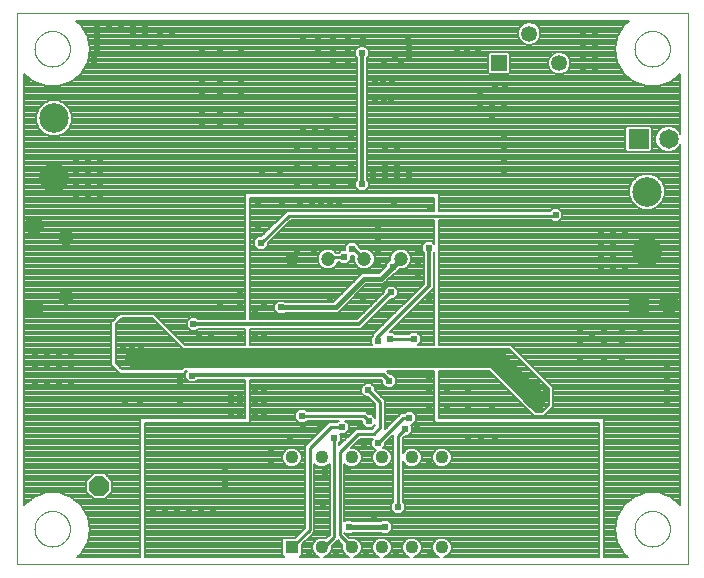
<source format=gbl>
G75*
%MOIN*%
%OFA0B0*%
%FSLAX25Y25*%
%IPPOS*%
%LPD*%
%AMOC8*
5,1,8,0,0,1.08239X$1,22.5*
%
%ADD10C,0.00000*%
%ADD11R,0.05315X0.05315*%
%ADD12C,0.05315*%
%ADD13C,0.09843*%
%ADD14R,0.04362X0.04362*%
%ADD15C,0.04362*%
%ADD16C,0.04724*%
%ADD17C,0.04756*%
%ADD18C,0.05000*%
%ADD19R,0.06500X0.06500*%
%ADD20C,0.06500*%
%ADD21OC8,0.06600*%
%ADD22C,0.00800*%
%ADD23C,0.02400*%
%ADD24C,0.01200*%
%ADD25C,0.01000*%
%ADD26C,0.02578*%
%ADD27C,0.06600*%
%ADD28C,0.01500*%
D10*
X0014800Y0001750D02*
X0014800Y0185372D01*
X0238422Y0185372D01*
X0238422Y0001750D01*
X0014800Y0001750D01*
X0020705Y0013561D02*
X0020707Y0013714D01*
X0020713Y0013868D01*
X0020723Y0014021D01*
X0020737Y0014173D01*
X0020755Y0014326D01*
X0020777Y0014477D01*
X0020802Y0014628D01*
X0020832Y0014779D01*
X0020866Y0014929D01*
X0020903Y0015077D01*
X0020944Y0015225D01*
X0020989Y0015371D01*
X0021038Y0015517D01*
X0021091Y0015661D01*
X0021147Y0015803D01*
X0021207Y0015944D01*
X0021271Y0016084D01*
X0021338Y0016222D01*
X0021409Y0016358D01*
X0021484Y0016492D01*
X0021561Y0016624D01*
X0021643Y0016754D01*
X0021727Y0016882D01*
X0021815Y0017008D01*
X0021906Y0017131D01*
X0022000Y0017252D01*
X0022098Y0017370D01*
X0022198Y0017486D01*
X0022302Y0017599D01*
X0022408Y0017710D01*
X0022517Y0017818D01*
X0022629Y0017923D01*
X0022743Y0018024D01*
X0022861Y0018123D01*
X0022980Y0018219D01*
X0023102Y0018312D01*
X0023227Y0018401D01*
X0023354Y0018488D01*
X0023483Y0018570D01*
X0023614Y0018650D01*
X0023747Y0018726D01*
X0023882Y0018799D01*
X0024019Y0018868D01*
X0024158Y0018933D01*
X0024298Y0018995D01*
X0024440Y0019053D01*
X0024583Y0019108D01*
X0024728Y0019159D01*
X0024874Y0019206D01*
X0025021Y0019249D01*
X0025169Y0019288D01*
X0025318Y0019324D01*
X0025468Y0019355D01*
X0025619Y0019383D01*
X0025770Y0019407D01*
X0025923Y0019427D01*
X0026075Y0019443D01*
X0026228Y0019455D01*
X0026381Y0019463D01*
X0026534Y0019467D01*
X0026688Y0019467D01*
X0026841Y0019463D01*
X0026994Y0019455D01*
X0027147Y0019443D01*
X0027299Y0019427D01*
X0027452Y0019407D01*
X0027603Y0019383D01*
X0027754Y0019355D01*
X0027904Y0019324D01*
X0028053Y0019288D01*
X0028201Y0019249D01*
X0028348Y0019206D01*
X0028494Y0019159D01*
X0028639Y0019108D01*
X0028782Y0019053D01*
X0028924Y0018995D01*
X0029064Y0018933D01*
X0029203Y0018868D01*
X0029340Y0018799D01*
X0029475Y0018726D01*
X0029608Y0018650D01*
X0029739Y0018570D01*
X0029868Y0018488D01*
X0029995Y0018401D01*
X0030120Y0018312D01*
X0030242Y0018219D01*
X0030361Y0018123D01*
X0030479Y0018024D01*
X0030593Y0017923D01*
X0030705Y0017818D01*
X0030814Y0017710D01*
X0030920Y0017599D01*
X0031024Y0017486D01*
X0031124Y0017370D01*
X0031222Y0017252D01*
X0031316Y0017131D01*
X0031407Y0017008D01*
X0031495Y0016882D01*
X0031579Y0016754D01*
X0031661Y0016624D01*
X0031738Y0016492D01*
X0031813Y0016358D01*
X0031884Y0016222D01*
X0031951Y0016084D01*
X0032015Y0015944D01*
X0032075Y0015803D01*
X0032131Y0015661D01*
X0032184Y0015517D01*
X0032233Y0015371D01*
X0032278Y0015225D01*
X0032319Y0015077D01*
X0032356Y0014929D01*
X0032390Y0014779D01*
X0032420Y0014628D01*
X0032445Y0014477D01*
X0032467Y0014326D01*
X0032485Y0014173D01*
X0032499Y0014021D01*
X0032509Y0013868D01*
X0032515Y0013714D01*
X0032517Y0013561D01*
X0032515Y0013408D01*
X0032509Y0013254D01*
X0032499Y0013101D01*
X0032485Y0012949D01*
X0032467Y0012796D01*
X0032445Y0012645D01*
X0032420Y0012494D01*
X0032390Y0012343D01*
X0032356Y0012193D01*
X0032319Y0012045D01*
X0032278Y0011897D01*
X0032233Y0011751D01*
X0032184Y0011605D01*
X0032131Y0011461D01*
X0032075Y0011319D01*
X0032015Y0011178D01*
X0031951Y0011038D01*
X0031884Y0010900D01*
X0031813Y0010764D01*
X0031738Y0010630D01*
X0031661Y0010498D01*
X0031579Y0010368D01*
X0031495Y0010240D01*
X0031407Y0010114D01*
X0031316Y0009991D01*
X0031222Y0009870D01*
X0031124Y0009752D01*
X0031024Y0009636D01*
X0030920Y0009523D01*
X0030814Y0009412D01*
X0030705Y0009304D01*
X0030593Y0009199D01*
X0030479Y0009098D01*
X0030361Y0008999D01*
X0030242Y0008903D01*
X0030120Y0008810D01*
X0029995Y0008721D01*
X0029868Y0008634D01*
X0029739Y0008552D01*
X0029608Y0008472D01*
X0029475Y0008396D01*
X0029340Y0008323D01*
X0029203Y0008254D01*
X0029064Y0008189D01*
X0028924Y0008127D01*
X0028782Y0008069D01*
X0028639Y0008014D01*
X0028494Y0007963D01*
X0028348Y0007916D01*
X0028201Y0007873D01*
X0028053Y0007834D01*
X0027904Y0007798D01*
X0027754Y0007767D01*
X0027603Y0007739D01*
X0027452Y0007715D01*
X0027299Y0007695D01*
X0027147Y0007679D01*
X0026994Y0007667D01*
X0026841Y0007659D01*
X0026688Y0007655D01*
X0026534Y0007655D01*
X0026381Y0007659D01*
X0026228Y0007667D01*
X0026075Y0007679D01*
X0025923Y0007695D01*
X0025770Y0007715D01*
X0025619Y0007739D01*
X0025468Y0007767D01*
X0025318Y0007798D01*
X0025169Y0007834D01*
X0025021Y0007873D01*
X0024874Y0007916D01*
X0024728Y0007963D01*
X0024583Y0008014D01*
X0024440Y0008069D01*
X0024298Y0008127D01*
X0024158Y0008189D01*
X0024019Y0008254D01*
X0023882Y0008323D01*
X0023747Y0008396D01*
X0023614Y0008472D01*
X0023483Y0008552D01*
X0023354Y0008634D01*
X0023227Y0008721D01*
X0023102Y0008810D01*
X0022980Y0008903D01*
X0022861Y0008999D01*
X0022743Y0009098D01*
X0022629Y0009199D01*
X0022517Y0009304D01*
X0022408Y0009412D01*
X0022302Y0009523D01*
X0022198Y0009636D01*
X0022098Y0009752D01*
X0022000Y0009870D01*
X0021906Y0009991D01*
X0021815Y0010114D01*
X0021727Y0010240D01*
X0021643Y0010368D01*
X0021561Y0010498D01*
X0021484Y0010630D01*
X0021409Y0010764D01*
X0021338Y0010900D01*
X0021271Y0011038D01*
X0021207Y0011178D01*
X0021147Y0011319D01*
X0021091Y0011461D01*
X0021038Y0011605D01*
X0020989Y0011751D01*
X0020944Y0011897D01*
X0020903Y0012045D01*
X0020866Y0012193D01*
X0020832Y0012343D01*
X0020802Y0012494D01*
X0020777Y0012645D01*
X0020755Y0012796D01*
X0020737Y0012949D01*
X0020723Y0013101D01*
X0020713Y0013254D01*
X0020707Y0013408D01*
X0020705Y0013561D01*
X0020705Y0173561D02*
X0020707Y0173714D01*
X0020713Y0173868D01*
X0020723Y0174021D01*
X0020737Y0174173D01*
X0020755Y0174326D01*
X0020777Y0174477D01*
X0020802Y0174628D01*
X0020832Y0174779D01*
X0020866Y0174929D01*
X0020903Y0175077D01*
X0020944Y0175225D01*
X0020989Y0175371D01*
X0021038Y0175517D01*
X0021091Y0175661D01*
X0021147Y0175803D01*
X0021207Y0175944D01*
X0021271Y0176084D01*
X0021338Y0176222D01*
X0021409Y0176358D01*
X0021484Y0176492D01*
X0021561Y0176624D01*
X0021643Y0176754D01*
X0021727Y0176882D01*
X0021815Y0177008D01*
X0021906Y0177131D01*
X0022000Y0177252D01*
X0022098Y0177370D01*
X0022198Y0177486D01*
X0022302Y0177599D01*
X0022408Y0177710D01*
X0022517Y0177818D01*
X0022629Y0177923D01*
X0022743Y0178024D01*
X0022861Y0178123D01*
X0022980Y0178219D01*
X0023102Y0178312D01*
X0023227Y0178401D01*
X0023354Y0178488D01*
X0023483Y0178570D01*
X0023614Y0178650D01*
X0023747Y0178726D01*
X0023882Y0178799D01*
X0024019Y0178868D01*
X0024158Y0178933D01*
X0024298Y0178995D01*
X0024440Y0179053D01*
X0024583Y0179108D01*
X0024728Y0179159D01*
X0024874Y0179206D01*
X0025021Y0179249D01*
X0025169Y0179288D01*
X0025318Y0179324D01*
X0025468Y0179355D01*
X0025619Y0179383D01*
X0025770Y0179407D01*
X0025923Y0179427D01*
X0026075Y0179443D01*
X0026228Y0179455D01*
X0026381Y0179463D01*
X0026534Y0179467D01*
X0026688Y0179467D01*
X0026841Y0179463D01*
X0026994Y0179455D01*
X0027147Y0179443D01*
X0027299Y0179427D01*
X0027452Y0179407D01*
X0027603Y0179383D01*
X0027754Y0179355D01*
X0027904Y0179324D01*
X0028053Y0179288D01*
X0028201Y0179249D01*
X0028348Y0179206D01*
X0028494Y0179159D01*
X0028639Y0179108D01*
X0028782Y0179053D01*
X0028924Y0178995D01*
X0029064Y0178933D01*
X0029203Y0178868D01*
X0029340Y0178799D01*
X0029475Y0178726D01*
X0029608Y0178650D01*
X0029739Y0178570D01*
X0029868Y0178488D01*
X0029995Y0178401D01*
X0030120Y0178312D01*
X0030242Y0178219D01*
X0030361Y0178123D01*
X0030479Y0178024D01*
X0030593Y0177923D01*
X0030705Y0177818D01*
X0030814Y0177710D01*
X0030920Y0177599D01*
X0031024Y0177486D01*
X0031124Y0177370D01*
X0031222Y0177252D01*
X0031316Y0177131D01*
X0031407Y0177008D01*
X0031495Y0176882D01*
X0031579Y0176754D01*
X0031661Y0176624D01*
X0031738Y0176492D01*
X0031813Y0176358D01*
X0031884Y0176222D01*
X0031951Y0176084D01*
X0032015Y0175944D01*
X0032075Y0175803D01*
X0032131Y0175661D01*
X0032184Y0175517D01*
X0032233Y0175371D01*
X0032278Y0175225D01*
X0032319Y0175077D01*
X0032356Y0174929D01*
X0032390Y0174779D01*
X0032420Y0174628D01*
X0032445Y0174477D01*
X0032467Y0174326D01*
X0032485Y0174173D01*
X0032499Y0174021D01*
X0032509Y0173868D01*
X0032515Y0173714D01*
X0032517Y0173561D01*
X0032515Y0173408D01*
X0032509Y0173254D01*
X0032499Y0173101D01*
X0032485Y0172949D01*
X0032467Y0172796D01*
X0032445Y0172645D01*
X0032420Y0172494D01*
X0032390Y0172343D01*
X0032356Y0172193D01*
X0032319Y0172045D01*
X0032278Y0171897D01*
X0032233Y0171751D01*
X0032184Y0171605D01*
X0032131Y0171461D01*
X0032075Y0171319D01*
X0032015Y0171178D01*
X0031951Y0171038D01*
X0031884Y0170900D01*
X0031813Y0170764D01*
X0031738Y0170630D01*
X0031661Y0170498D01*
X0031579Y0170368D01*
X0031495Y0170240D01*
X0031407Y0170114D01*
X0031316Y0169991D01*
X0031222Y0169870D01*
X0031124Y0169752D01*
X0031024Y0169636D01*
X0030920Y0169523D01*
X0030814Y0169412D01*
X0030705Y0169304D01*
X0030593Y0169199D01*
X0030479Y0169098D01*
X0030361Y0168999D01*
X0030242Y0168903D01*
X0030120Y0168810D01*
X0029995Y0168721D01*
X0029868Y0168634D01*
X0029739Y0168552D01*
X0029608Y0168472D01*
X0029475Y0168396D01*
X0029340Y0168323D01*
X0029203Y0168254D01*
X0029064Y0168189D01*
X0028924Y0168127D01*
X0028782Y0168069D01*
X0028639Y0168014D01*
X0028494Y0167963D01*
X0028348Y0167916D01*
X0028201Y0167873D01*
X0028053Y0167834D01*
X0027904Y0167798D01*
X0027754Y0167767D01*
X0027603Y0167739D01*
X0027452Y0167715D01*
X0027299Y0167695D01*
X0027147Y0167679D01*
X0026994Y0167667D01*
X0026841Y0167659D01*
X0026688Y0167655D01*
X0026534Y0167655D01*
X0026381Y0167659D01*
X0026228Y0167667D01*
X0026075Y0167679D01*
X0025923Y0167695D01*
X0025770Y0167715D01*
X0025619Y0167739D01*
X0025468Y0167767D01*
X0025318Y0167798D01*
X0025169Y0167834D01*
X0025021Y0167873D01*
X0024874Y0167916D01*
X0024728Y0167963D01*
X0024583Y0168014D01*
X0024440Y0168069D01*
X0024298Y0168127D01*
X0024158Y0168189D01*
X0024019Y0168254D01*
X0023882Y0168323D01*
X0023747Y0168396D01*
X0023614Y0168472D01*
X0023483Y0168552D01*
X0023354Y0168634D01*
X0023227Y0168721D01*
X0023102Y0168810D01*
X0022980Y0168903D01*
X0022861Y0168999D01*
X0022743Y0169098D01*
X0022629Y0169199D01*
X0022517Y0169304D01*
X0022408Y0169412D01*
X0022302Y0169523D01*
X0022198Y0169636D01*
X0022098Y0169752D01*
X0022000Y0169870D01*
X0021906Y0169991D01*
X0021815Y0170114D01*
X0021727Y0170240D01*
X0021643Y0170368D01*
X0021561Y0170498D01*
X0021484Y0170630D01*
X0021409Y0170764D01*
X0021338Y0170900D01*
X0021271Y0171038D01*
X0021207Y0171178D01*
X0021147Y0171319D01*
X0021091Y0171461D01*
X0021038Y0171605D01*
X0020989Y0171751D01*
X0020944Y0171897D01*
X0020903Y0172045D01*
X0020866Y0172193D01*
X0020832Y0172343D01*
X0020802Y0172494D01*
X0020777Y0172645D01*
X0020755Y0172796D01*
X0020737Y0172949D01*
X0020723Y0173101D01*
X0020713Y0173254D01*
X0020707Y0173408D01*
X0020705Y0173561D01*
X0220705Y0173561D02*
X0220707Y0173714D01*
X0220713Y0173868D01*
X0220723Y0174021D01*
X0220737Y0174173D01*
X0220755Y0174326D01*
X0220777Y0174477D01*
X0220802Y0174628D01*
X0220832Y0174779D01*
X0220866Y0174929D01*
X0220903Y0175077D01*
X0220944Y0175225D01*
X0220989Y0175371D01*
X0221038Y0175517D01*
X0221091Y0175661D01*
X0221147Y0175803D01*
X0221207Y0175944D01*
X0221271Y0176084D01*
X0221338Y0176222D01*
X0221409Y0176358D01*
X0221484Y0176492D01*
X0221561Y0176624D01*
X0221643Y0176754D01*
X0221727Y0176882D01*
X0221815Y0177008D01*
X0221906Y0177131D01*
X0222000Y0177252D01*
X0222098Y0177370D01*
X0222198Y0177486D01*
X0222302Y0177599D01*
X0222408Y0177710D01*
X0222517Y0177818D01*
X0222629Y0177923D01*
X0222743Y0178024D01*
X0222861Y0178123D01*
X0222980Y0178219D01*
X0223102Y0178312D01*
X0223227Y0178401D01*
X0223354Y0178488D01*
X0223483Y0178570D01*
X0223614Y0178650D01*
X0223747Y0178726D01*
X0223882Y0178799D01*
X0224019Y0178868D01*
X0224158Y0178933D01*
X0224298Y0178995D01*
X0224440Y0179053D01*
X0224583Y0179108D01*
X0224728Y0179159D01*
X0224874Y0179206D01*
X0225021Y0179249D01*
X0225169Y0179288D01*
X0225318Y0179324D01*
X0225468Y0179355D01*
X0225619Y0179383D01*
X0225770Y0179407D01*
X0225923Y0179427D01*
X0226075Y0179443D01*
X0226228Y0179455D01*
X0226381Y0179463D01*
X0226534Y0179467D01*
X0226688Y0179467D01*
X0226841Y0179463D01*
X0226994Y0179455D01*
X0227147Y0179443D01*
X0227299Y0179427D01*
X0227452Y0179407D01*
X0227603Y0179383D01*
X0227754Y0179355D01*
X0227904Y0179324D01*
X0228053Y0179288D01*
X0228201Y0179249D01*
X0228348Y0179206D01*
X0228494Y0179159D01*
X0228639Y0179108D01*
X0228782Y0179053D01*
X0228924Y0178995D01*
X0229064Y0178933D01*
X0229203Y0178868D01*
X0229340Y0178799D01*
X0229475Y0178726D01*
X0229608Y0178650D01*
X0229739Y0178570D01*
X0229868Y0178488D01*
X0229995Y0178401D01*
X0230120Y0178312D01*
X0230242Y0178219D01*
X0230361Y0178123D01*
X0230479Y0178024D01*
X0230593Y0177923D01*
X0230705Y0177818D01*
X0230814Y0177710D01*
X0230920Y0177599D01*
X0231024Y0177486D01*
X0231124Y0177370D01*
X0231222Y0177252D01*
X0231316Y0177131D01*
X0231407Y0177008D01*
X0231495Y0176882D01*
X0231579Y0176754D01*
X0231661Y0176624D01*
X0231738Y0176492D01*
X0231813Y0176358D01*
X0231884Y0176222D01*
X0231951Y0176084D01*
X0232015Y0175944D01*
X0232075Y0175803D01*
X0232131Y0175661D01*
X0232184Y0175517D01*
X0232233Y0175371D01*
X0232278Y0175225D01*
X0232319Y0175077D01*
X0232356Y0174929D01*
X0232390Y0174779D01*
X0232420Y0174628D01*
X0232445Y0174477D01*
X0232467Y0174326D01*
X0232485Y0174173D01*
X0232499Y0174021D01*
X0232509Y0173868D01*
X0232515Y0173714D01*
X0232517Y0173561D01*
X0232515Y0173408D01*
X0232509Y0173254D01*
X0232499Y0173101D01*
X0232485Y0172949D01*
X0232467Y0172796D01*
X0232445Y0172645D01*
X0232420Y0172494D01*
X0232390Y0172343D01*
X0232356Y0172193D01*
X0232319Y0172045D01*
X0232278Y0171897D01*
X0232233Y0171751D01*
X0232184Y0171605D01*
X0232131Y0171461D01*
X0232075Y0171319D01*
X0232015Y0171178D01*
X0231951Y0171038D01*
X0231884Y0170900D01*
X0231813Y0170764D01*
X0231738Y0170630D01*
X0231661Y0170498D01*
X0231579Y0170368D01*
X0231495Y0170240D01*
X0231407Y0170114D01*
X0231316Y0169991D01*
X0231222Y0169870D01*
X0231124Y0169752D01*
X0231024Y0169636D01*
X0230920Y0169523D01*
X0230814Y0169412D01*
X0230705Y0169304D01*
X0230593Y0169199D01*
X0230479Y0169098D01*
X0230361Y0168999D01*
X0230242Y0168903D01*
X0230120Y0168810D01*
X0229995Y0168721D01*
X0229868Y0168634D01*
X0229739Y0168552D01*
X0229608Y0168472D01*
X0229475Y0168396D01*
X0229340Y0168323D01*
X0229203Y0168254D01*
X0229064Y0168189D01*
X0228924Y0168127D01*
X0228782Y0168069D01*
X0228639Y0168014D01*
X0228494Y0167963D01*
X0228348Y0167916D01*
X0228201Y0167873D01*
X0228053Y0167834D01*
X0227904Y0167798D01*
X0227754Y0167767D01*
X0227603Y0167739D01*
X0227452Y0167715D01*
X0227299Y0167695D01*
X0227147Y0167679D01*
X0226994Y0167667D01*
X0226841Y0167659D01*
X0226688Y0167655D01*
X0226534Y0167655D01*
X0226381Y0167659D01*
X0226228Y0167667D01*
X0226075Y0167679D01*
X0225923Y0167695D01*
X0225770Y0167715D01*
X0225619Y0167739D01*
X0225468Y0167767D01*
X0225318Y0167798D01*
X0225169Y0167834D01*
X0225021Y0167873D01*
X0224874Y0167916D01*
X0224728Y0167963D01*
X0224583Y0168014D01*
X0224440Y0168069D01*
X0224298Y0168127D01*
X0224158Y0168189D01*
X0224019Y0168254D01*
X0223882Y0168323D01*
X0223747Y0168396D01*
X0223614Y0168472D01*
X0223483Y0168552D01*
X0223354Y0168634D01*
X0223227Y0168721D01*
X0223102Y0168810D01*
X0222980Y0168903D01*
X0222861Y0168999D01*
X0222743Y0169098D01*
X0222629Y0169199D01*
X0222517Y0169304D01*
X0222408Y0169412D01*
X0222302Y0169523D01*
X0222198Y0169636D01*
X0222098Y0169752D01*
X0222000Y0169870D01*
X0221906Y0169991D01*
X0221815Y0170114D01*
X0221727Y0170240D01*
X0221643Y0170368D01*
X0221561Y0170498D01*
X0221484Y0170630D01*
X0221409Y0170764D01*
X0221338Y0170900D01*
X0221271Y0171038D01*
X0221207Y0171178D01*
X0221147Y0171319D01*
X0221091Y0171461D01*
X0221038Y0171605D01*
X0220989Y0171751D01*
X0220944Y0171897D01*
X0220903Y0172045D01*
X0220866Y0172193D01*
X0220832Y0172343D01*
X0220802Y0172494D01*
X0220777Y0172645D01*
X0220755Y0172796D01*
X0220737Y0172949D01*
X0220723Y0173101D01*
X0220713Y0173254D01*
X0220707Y0173408D01*
X0220705Y0173561D01*
X0220705Y0013561D02*
X0220707Y0013714D01*
X0220713Y0013868D01*
X0220723Y0014021D01*
X0220737Y0014173D01*
X0220755Y0014326D01*
X0220777Y0014477D01*
X0220802Y0014628D01*
X0220832Y0014779D01*
X0220866Y0014929D01*
X0220903Y0015077D01*
X0220944Y0015225D01*
X0220989Y0015371D01*
X0221038Y0015517D01*
X0221091Y0015661D01*
X0221147Y0015803D01*
X0221207Y0015944D01*
X0221271Y0016084D01*
X0221338Y0016222D01*
X0221409Y0016358D01*
X0221484Y0016492D01*
X0221561Y0016624D01*
X0221643Y0016754D01*
X0221727Y0016882D01*
X0221815Y0017008D01*
X0221906Y0017131D01*
X0222000Y0017252D01*
X0222098Y0017370D01*
X0222198Y0017486D01*
X0222302Y0017599D01*
X0222408Y0017710D01*
X0222517Y0017818D01*
X0222629Y0017923D01*
X0222743Y0018024D01*
X0222861Y0018123D01*
X0222980Y0018219D01*
X0223102Y0018312D01*
X0223227Y0018401D01*
X0223354Y0018488D01*
X0223483Y0018570D01*
X0223614Y0018650D01*
X0223747Y0018726D01*
X0223882Y0018799D01*
X0224019Y0018868D01*
X0224158Y0018933D01*
X0224298Y0018995D01*
X0224440Y0019053D01*
X0224583Y0019108D01*
X0224728Y0019159D01*
X0224874Y0019206D01*
X0225021Y0019249D01*
X0225169Y0019288D01*
X0225318Y0019324D01*
X0225468Y0019355D01*
X0225619Y0019383D01*
X0225770Y0019407D01*
X0225923Y0019427D01*
X0226075Y0019443D01*
X0226228Y0019455D01*
X0226381Y0019463D01*
X0226534Y0019467D01*
X0226688Y0019467D01*
X0226841Y0019463D01*
X0226994Y0019455D01*
X0227147Y0019443D01*
X0227299Y0019427D01*
X0227452Y0019407D01*
X0227603Y0019383D01*
X0227754Y0019355D01*
X0227904Y0019324D01*
X0228053Y0019288D01*
X0228201Y0019249D01*
X0228348Y0019206D01*
X0228494Y0019159D01*
X0228639Y0019108D01*
X0228782Y0019053D01*
X0228924Y0018995D01*
X0229064Y0018933D01*
X0229203Y0018868D01*
X0229340Y0018799D01*
X0229475Y0018726D01*
X0229608Y0018650D01*
X0229739Y0018570D01*
X0229868Y0018488D01*
X0229995Y0018401D01*
X0230120Y0018312D01*
X0230242Y0018219D01*
X0230361Y0018123D01*
X0230479Y0018024D01*
X0230593Y0017923D01*
X0230705Y0017818D01*
X0230814Y0017710D01*
X0230920Y0017599D01*
X0231024Y0017486D01*
X0231124Y0017370D01*
X0231222Y0017252D01*
X0231316Y0017131D01*
X0231407Y0017008D01*
X0231495Y0016882D01*
X0231579Y0016754D01*
X0231661Y0016624D01*
X0231738Y0016492D01*
X0231813Y0016358D01*
X0231884Y0016222D01*
X0231951Y0016084D01*
X0232015Y0015944D01*
X0232075Y0015803D01*
X0232131Y0015661D01*
X0232184Y0015517D01*
X0232233Y0015371D01*
X0232278Y0015225D01*
X0232319Y0015077D01*
X0232356Y0014929D01*
X0232390Y0014779D01*
X0232420Y0014628D01*
X0232445Y0014477D01*
X0232467Y0014326D01*
X0232485Y0014173D01*
X0232499Y0014021D01*
X0232509Y0013868D01*
X0232515Y0013714D01*
X0232517Y0013561D01*
X0232515Y0013408D01*
X0232509Y0013254D01*
X0232499Y0013101D01*
X0232485Y0012949D01*
X0232467Y0012796D01*
X0232445Y0012645D01*
X0232420Y0012494D01*
X0232390Y0012343D01*
X0232356Y0012193D01*
X0232319Y0012045D01*
X0232278Y0011897D01*
X0232233Y0011751D01*
X0232184Y0011605D01*
X0232131Y0011461D01*
X0232075Y0011319D01*
X0232015Y0011178D01*
X0231951Y0011038D01*
X0231884Y0010900D01*
X0231813Y0010764D01*
X0231738Y0010630D01*
X0231661Y0010498D01*
X0231579Y0010368D01*
X0231495Y0010240D01*
X0231407Y0010114D01*
X0231316Y0009991D01*
X0231222Y0009870D01*
X0231124Y0009752D01*
X0231024Y0009636D01*
X0230920Y0009523D01*
X0230814Y0009412D01*
X0230705Y0009304D01*
X0230593Y0009199D01*
X0230479Y0009098D01*
X0230361Y0008999D01*
X0230242Y0008903D01*
X0230120Y0008810D01*
X0229995Y0008721D01*
X0229868Y0008634D01*
X0229739Y0008552D01*
X0229608Y0008472D01*
X0229475Y0008396D01*
X0229340Y0008323D01*
X0229203Y0008254D01*
X0229064Y0008189D01*
X0228924Y0008127D01*
X0228782Y0008069D01*
X0228639Y0008014D01*
X0228494Y0007963D01*
X0228348Y0007916D01*
X0228201Y0007873D01*
X0228053Y0007834D01*
X0227904Y0007798D01*
X0227754Y0007767D01*
X0227603Y0007739D01*
X0227452Y0007715D01*
X0227299Y0007695D01*
X0227147Y0007679D01*
X0226994Y0007667D01*
X0226841Y0007659D01*
X0226688Y0007655D01*
X0226534Y0007655D01*
X0226381Y0007659D01*
X0226228Y0007667D01*
X0226075Y0007679D01*
X0225923Y0007695D01*
X0225770Y0007715D01*
X0225619Y0007739D01*
X0225468Y0007767D01*
X0225318Y0007798D01*
X0225169Y0007834D01*
X0225021Y0007873D01*
X0224874Y0007916D01*
X0224728Y0007963D01*
X0224583Y0008014D01*
X0224440Y0008069D01*
X0224298Y0008127D01*
X0224158Y0008189D01*
X0224019Y0008254D01*
X0223882Y0008323D01*
X0223747Y0008396D01*
X0223614Y0008472D01*
X0223483Y0008552D01*
X0223354Y0008634D01*
X0223227Y0008721D01*
X0223102Y0008810D01*
X0222980Y0008903D01*
X0222861Y0008999D01*
X0222743Y0009098D01*
X0222629Y0009199D01*
X0222517Y0009304D01*
X0222408Y0009412D01*
X0222302Y0009523D01*
X0222198Y0009636D01*
X0222098Y0009752D01*
X0222000Y0009870D01*
X0221906Y0009991D01*
X0221815Y0010114D01*
X0221727Y0010240D01*
X0221643Y0010368D01*
X0221561Y0010498D01*
X0221484Y0010630D01*
X0221409Y0010764D01*
X0221338Y0010900D01*
X0221271Y0011038D01*
X0221207Y0011178D01*
X0221147Y0011319D01*
X0221091Y0011461D01*
X0221038Y0011605D01*
X0220989Y0011751D01*
X0220944Y0011897D01*
X0220903Y0012045D01*
X0220866Y0012193D01*
X0220832Y0012343D01*
X0220802Y0012494D01*
X0220777Y0012645D01*
X0220755Y0012796D01*
X0220737Y0012949D01*
X0220723Y0013101D01*
X0220713Y0013254D01*
X0220707Y0013408D01*
X0220705Y0013561D01*
D11*
X0175585Y0168763D03*
D12*
X0185585Y0178606D03*
X0195585Y0168763D03*
D13*
X0224847Y0125923D03*
X0224847Y0105923D03*
X0027200Y0130350D03*
X0027200Y0150350D03*
D14*
X0106506Y0007356D03*
D15*
X0116506Y0007356D03*
X0126506Y0007356D03*
X0136506Y0007356D03*
X0146506Y0007356D03*
X0156506Y0007356D03*
X0156506Y0037356D03*
X0146506Y0037356D03*
X0136506Y0037356D03*
X0126506Y0037356D03*
X0116506Y0037356D03*
X0106506Y0037356D03*
D16*
X0106391Y0103499D03*
X0118517Y0103499D03*
X0130643Y0103499D03*
X0142769Y0103499D03*
D17*
X0031100Y0110050D03*
X0031100Y0110550D03*
X0031100Y0111050D03*
X0031100Y0091450D03*
X0031100Y0091050D03*
X0031100Y0090450D03*
D18*
X0021500Y0086950D03*
X0020500Y0086950D03*
X0019500Y0086950D03*
X0019500Y0114550D03*
X0020400Y0114550D03*
X0021500Y0114550D03*
D19*
X0222054Y0088364D03*
X0222054Y0143482D03*
D20*
X0232054Y0143482D03*
X0232054Y0088364D03*
D21*
X0042300Y0027750D03*
D22*
X0046700Y0028101D02*
X0056000Y0028101D01*
X0056000Y0028899D02*
X0046700Y0028899D01*
X0046700Y0029573D02*
X0044123Y0032150D01*
X0040477Y0032150D01*
X0037900Y0029573D01*
X0037900Y0025927D01*
X0040477Y0023350D01*
X0044123Y0023350D01*
X0046700Y0025927D01*
X0046700Y0029573D01*
X0046575Y0029698D02*
X0056000Y0029698D01*
X0056000Y0030496D02*
X0045776Y0030496D01*
X0044978Y0031295D02*
X0056000Y0031295D01*
X0056000Y0032093D02*
X0044179Y0032093D01*
X0040421Y0032093D02*
X0017200Y0032093D01*
X0017200Y0031295D02*
X0039622Y0031295D01*
X0038824Y0030496D02*
X0017200Y0030496D01*
X0017200Y0029698D02*
X0038025Y0029698D01*
X0037900Y0028899D02*
X0017200Y0028899D01*
X0017200Y0028101D02*
X0037900Y0028101D01*
X0037900Y0027302D02*
X0017200Y0027302D01*
X0017200Y0026504D02*
X0037900Y0026504D01*
X0038122Y0025705D02*
X0017200Y0025705D01*
X0017200Y0024907D02*
X0022428Y0024907D01*
X0020445Y0024185D02*
X0024527Y0025671D01*
X0028873Y0025671D01*
X0032955Y0024185D01*
X0032956Y0024185D01*
X0036284Y0021392D01*
X0036284Y0021392D01*
X0036284Y0021392D01*
X0038457Y0017629D01*
X0038457Y0017629D01*
X0039211Y0013350D01*
X0038457Y0009071D01*
X0038457Y0009071D01*
X0036284Y0005308D01*
X0036284Y0005308D01*
X0034904Y0004150D01*
X0056000Y0004150D01*
X0056000Y0050081D01*
X0056469Y0050550D01*
X0091000Y0050550D01*
X0091000Y0063050D01*
X0074853Y0063050D01*
X0074153Y0062350D01*
X0072247Y0062350D01*
X0070900Y0063697D01*
X0070900Y0065603D01*
X0071458Y0066160D01*
X0071332Y0066160D01*
X0070421Y0065250D01*
X0049179Y0065250D01*
X0048300Y0066129D01*
X0046300Y0068129D01*
X0046300Y0082371D01*
X0047179Y0083250D01*
X0047179Y0083250D01*
X0048300Y0084371D01*
X0048300Y0084371D01*
X0049179Y0085250D01*
X0060421Y0085250D01*
X0061300Y0084371D01*
X0070711Y0074960D01*
X0091000Y0074960D01*
X0091000Y0080050D01*
X0075253Y0080050D01*
X0074653Y0079450D01*
X0072747Y0079450D01*
X0071400Y0080797D01*
X0071400Y0082703D01*
X0072747Y0084050D01*
X0074653Y0084050D01*
X0075253Y0083450D01*
X0091000Y0083450D01*
X0091000Y0125081D01*
X0091469Y0125550D01*
X0155131Y0125550D01*
X0155600Y0125081D01*
X0155600Y0119550D01*
X0192647Y0119550D01*
X0193447Y0120350D01*
X0195353Y0120350D01*
X0196700Y0119003D01*
X0196700Y0117097D01*
X0195353Y0115750D01*
X0193447Y0115750D01*
X0192847Y0116350D01*
X0155600Y0116350D01*
X0155600Y0074960D01*
X0174965Y0074960D01*
X0174990Y0074950D01*
X0179421Y0074950D01*
X0192721Y0061650D01*
X0193600Y0060771D01*
X0193600Y0054229D01*
X0191300Y0051929D01*
X0190421Y0051050D01*
X0187279Y0051050D01*
X0174379Y0063950D01*
X0173379Y0064950D01*
X0172500Y0065829D01*
X0172500Y0065927D01*
X0172267Y0066160D01*
X0155600Y0066160D01*
X0155600Y0050550D01*
X0210131Y0050550D01*
X0210600Y0050081D01*
X0210600Y0004150D01*
X0218496Y0004150D01*
X0217116Y0005308D01*
X0217116Y0005308D01*
X0217116Y0005308D01*
X0214943Y0009071D01*
X0214943Y0009071D01*
X0214189Y0013350D01*
X0214189Y0013350D01*
X0214943Y0017629D01*
X0214943Y0017629D01*
X0217116Y0021392D01*
X0217116Y0021392D01*
X0220444Y0024185D01*
X0220444Y0024185D01*
X0224527Y0025671D01*
X0228873Y0025671D01*
X0232955Y0024185D01*
X0232956Y0024185D01*
X0236022Y0021612D01*
X0236022Y0141696D01*
X0235741Y0141018D01*
X0234518Y0139795D01*
X0232919Y0139132D01*
X0231188Y0139132D01*
X0229589Y0139795D01*
X0228366Y0141018D01*
X0227704Y0142617D01*
X0227704Y0144348D01*
X0228366Y0145946D01*
X0229589Y0147170D01*
X0231188Y0147832D01*
X0232919Y0147832D01*
X0234518Y0147170D01*
X0235741Y0145946D01*
X0236022Y0145269D01*
X0236022Y0165088D01*
X0232955Y0162515D01*
X0232955Y0162515D01*
X0228873Y0161029D01*
X0224527Y0161029D01*
X0220444Y0162515D01*
X0220444Y0162515D01*
X0217116Y0165308D01*
X0217116Y0165308D01*
X0217116Y0165308D01*
X0214943Y0169071D01*
X0214943Y0169071D01*
X0214189Y0173350D01*
X0214189Y0173350D01*
X0214943Y0177629D01*
X0214943Y0177629D01*
X0217116Y0181392D01*
X0217116Y0181392D01*
X0218999Y0182972D01*
X0034401Y0182972D01*
X0036284Y0181392D01*
X0036284Y0181392D01*
X0036284Y0181392D01*
X0038457Y0177629D01*
X0038457Y0177629D01*
X0039211Y0173350D01*
X0038457Y0169071D01*
X0038457Y0169071D01*
X0036284Y0165308D01*
X0036284Y0165308D01*
X0032955Y0162515D01*
X0032955Y0162515D01*
X0028873Y0161029D01*
X0024527Y0161029D01*
X0020444Y0162515D01*
X0020444Y0162515D01*
X0017200Y0165238D01*
X0017200Y0021462D01*
X0020444Y0024185D01*
X0020445Y0024185D01*
X0020353Y0024108D02*
X0017200Y0024108D01*
X0017200Y0023310D02*
X0019402Y0023310D01*
X0018450Y0022511D02*
X0017200Y0022511D01*
X0017200Y0021713D02*
X0017498Y0021713D01*
X0030972Y0024907D02*
X0038921Y0024907D01*
X0039719Y0024108D02*
X0033047Y0024108D01*
X0033998Y0023310D02*
X0056000Y0023310D01*
X0056000Y0024108D02*
X0044881Y0024108D01*
X0045679Y0024907D02*
X0056000Y0024907D01*
X0056000Y0025705D02*
X0046478Y0025705D01*
X0046700Y0026504D02*
X0056000Y0026504D01*
X0056000Y0027302D02*
X0046700Y0027302D01*
X0056000Y0022511D02*
X0034950Y0022511D01*
X0035902Y0021713D02*
X0056000Y0021713D01*
X0056000Y0020914D02*
X0036560Y0020914D01*
X0037021Y0020116D02*
X0056000Y0020116D01*
X0056000Y0019317D02*
X0037482Y0019317D01*
X0037943Y0018519D02*
X0056000Y0018519D01*
X0056000Y0017720D02*
X0038404Y0017720D01*
X0038581Y0016922D02*
X0056000Y0016922D01*
X0056000Y0016123D02*
X0038722Y0016123D01*
X0038863Y0015325D02*
X0056000Y0015325D01*
X0056000Y0014526D02*
X0039004Y0014526D01*
X0039144Y0013728D02*
X0056000Y0013728D01*
X0056000Y0012929D02*
X0039137Y0012929D01*
X0038996Y0012131D02*
X0056000Y0012131D01*
X0056000Y0011332D02*
X0038855Y0011332D01*
X0038714Y0010534D02*
X0056000Y0010534D01*
X0056000Y0009735D02*
X0038574Y0009735D01*
X0038379Y0008937D02*
X0056000Y0008937D01*
X0056000Y0008138D02*
X0037918Y0008138D01*
X0037457Y0007340D02*
X0056000Y0007340D01*
X0056000Y0006541D02*
X0036996Y0006541D01*
X0036535Y0005743D02*
X0056000Y0005743D01*
X0056000Y0004944D02*
X0035850Y0004944D01*
X0057600Y0004944D02*
X0103225Y0004944D01*
X0103225Y0004720D02*
X0103795Y0004150D01*
X0057600Y0004150D01*
X0057600Y0048950D01*
X0092131Y0048950D01*
X0092600Y0049419D01*
X0092600Y0063050D01*
X0136396Y0063050D01*
X0136700Y0062746D01*
X0136700Y0061897D01*
X0138047Y0060550D01*
X0139953Y0060550D01*
X0141300Y0061897D01*
X0141300Y0063803D01*
X0139953Y0065150D01*
X0139104Y0065150D01*
X0138094Y0066160D01*
X0154000Y0066160D01*
X0154000Y0049419D01*
X0154469Y0048950D01*
X0209000Y0048950D01*
X0209000Y0004150D01*
X0157339Y0004150D01*
X0158365Y0004575D01*
X0159288Y0005498D01*
X0159787Y0006704D01*
X0159787Y0008009D01*
X0159288Y0009215D01*
X0158365Y0010138D01*
X0157159Y0010637D01*
X0155854Y0010637D01*
X0154648Y0010138D01*
X0153725Y0009215D01*
X0153225Y0008009D01*
X0153225Y0006704D01*
X0153725Y0005498D01*
X0154648Y0004575D01*
X0155673Y0004150D01*
X0147339Y0004150D01*
X0148365Y0004575D01*
X0149288Y0005498D01*
X0149787Y0006704D01*
X0149787Y0008009D01*
X0149288Y0009215D01*
X0148365Y0010138D01*
X0147159Y0010637D01*
X0145854Y0010637D01*
X0144648Y0010138D01*
X0143725Y0009215D01*
X0143225Y0008009D01*
X0143225Y0006704D01*
X0143725Y0005498D01*
X0144648Y0004575D01*
X0145673Y0004150D01*
X0137339Y0004150D01*
X0138365Y0004575D01*
X0139288Y0005498D01*
X0139787Y0006704D01*
X0139787Y0008009D01*
X0139288Y0009215D01*
X0138365Y0010138D01*
X0137159Y0010637D01*
X0135854Y0010637D01*
X0134648Y0010138D01*
X0133725Y0009215D01*
X0133225Y0008009D01*
X0133225Y0006704D01*
X0133725Y0005498D01*
X0134648Y0004575D01*
X0135673Y0004150D01*
X0127339Y0004150D01*
X0128365Y0004575D01*
X0129288Y0005498D01*
X0129787Y0006704D01*
X0129787Y0008009D01*
X0129288Y0009215D01*
X0128365Y0010138D01*
X0127159Y0010637D01*
X0125854Y0010637D01*
X0125595Y0010530D01*
X0124000Y0012125D01*
X0124000Y0012297D01*
X0124447Y0011850D01*
X0126353Y0011850D01*
X0126803Y0012300D01*
X0136097Y0012300D01*
X0136547Y0011850D01*
X0138453Y0011850D01*
X0139800Y0013197D01*
X0139800Y0015103D01*
X0138453Y0016450D01*
X0136547Y0016450D01*
X0136097Y0016000D01*
X0126803Y0016000D01*
X0126353Y0016450D01*
X0124447Y0016450D01*
X0124000Y0016003D01*
X0124000Y0035222D01*
X0124648Y0034575D01*
X0125854Y0034075D01*
X0127159Y0034075D01*
X0128365Y0034575D01*
X0129288Y0035498D01*
X0129787Y0036704D01*
X0129787Y0038009D01*
X0129288Y0039215D01*
X0128365Y0040138D01*
X0127159Y0040637D01*
X0126050Y0040637D01*
X0129063Y0043650D01*
X0133447Y0043650D01*
X0132982Y0043185D01*
X0132982Y0041280D01*
X0134330Y0039932D01*
X0134442Y0039932D01*
X0133725Y0039215D01*
X0133225Y0038009D01*
X0133225Y0036704D01*
X0133725Y0035498D01*
X0134648Y0034575D01*
X0135854Y0034075D01*
X0137159Y0034075D01*
X0138365Y0034575D01*
X0139288Y0035498D01*
X0139787Y0036704D01*
X0139787Y0038009D01*
X0139288Y0039215D01*
X0138365Y0040138D01*
X0137159Y0040637D01*
X0136940Y0040637D01*
X0137582Y0041280D01*
X0137582Y0042269D01*
X0140300Y0044987D01*
X0140300Y0022403D01*
X0139600Y0021703D01*
X0139600Y0019797D01*
X0140947Y0018450D01*
X0142853Y0018450D01*
X0144200Y0019797D01*
X0144200Y0021703D01*
X0143500Y0022403D01*
X0143500Y0036040D01*
X0143725Y0035498D01*
X0144648Y0034575D01*
X0145854Y0034075D01*
X0147159Y0034075D01*
X0148365Y0034575D01*
X0149288Y0035498D01*
X0149787Y0036704D01*
X0149787Y0038009D01*
X0149288Y0039215D01*
X0148365Y0040138D01*
X0147159Y0040637D01*
X0145854Y0040637D01*
X0144648Y0040138D01*
X0143725Y0039215D01*
X0143500Y0038672D01*
X0143500Y0043787D01*
X0144263Y0044550D01*
X0145253Y0044550D01*
X0146600Y0045897D01*
X0146600Y0047803D01*
X0146253Y0048150D01*
X0146653Y0048150D01*
X0148000Y0049497D01*
X0148000Y0051403D01*
X0146653Y0052750D01*
X0144747Y0052750D01*
X0144047Y0052050D01*
X0142837Y0052050D01*
X0141900Y0051113D01*
X0137500Y0046713D01*
X0137500Y0056513D01*
X0136563Y0057450D01*
X0134300Y0059713D01*
X0134300Y0060703D01*
X0132953Y0062050D01*
X0131047Y0062050D01*
X0129700Y0060703D01*
X0129700Y0058797D01*
X0131047Y0057450D01*
X0132037Y0057450D01*
X0134300Y0055187D01*
X0134300Y0050603D01*
X0133153Y0051750D01*
X0132163Y0051750D01*
X0132000Y0051913D01*
X0131063Y0052850D01*
X0111553Y0052850D01*
X0110853Y0053550D01*
X0108947Y0053550D01*
X0107600Y0052203D01*
X0107600Y0050297D01*
X0108947Y0048950D01*
X0110853Y0048950D01*
X0111553Y0049650D01*
X0122047Y0049650D01*
X0121547Y0049150D01*
X0118737Y0049150D01*
X0117800Y0048213D01*
X0110800Y0041213D01*
X0110800Y0013913D01*
X0107525Y0010637D01*
X0103870Y0010637D01*
X0103225Y0009993D01*
X0103225Y0004720D01*
X0103225Y0005743D02*
X0057600Y0005743D01*
X0057600Y0006541D02*
X0103225Y0006541D01*
X0103225Y0007340D02*
X0057600Y0007340D01*
X0057600Y0008138D02*
X0103225Y0008138D01*
X0103225Y0008937D02*
X0057600Y0008937D01*
X0057600Y0009735D02*
X0103225Y0009735D01*
X0103766Y0010534D02*
X0057600Y0010534D01*
X0057600Y0011332D02*
X0108219Y0011332D01*
X0109018Y0012131D02*
X0057600Y0012131D01*
X0057600Y0012929D02*
X0109816Y0012929D01*
X0110615Y0013728D02*
X0057600Y0013728D01*
X0057600Y0014526D02*
X0110800Y0014526D01*
X0110800Y0015325D02*
X0057600Y0015325D01*
X0057600Y0016123D02*
X0110800Y0016123D01*
X0110800Y0016922D02*
X0057600Y0016922D01*
X0057600Y0017720D02*
X0110800Y0017720D01*
X0110800Y0018519D02*
X0057600Y0018519D01*
X0057600Y0019317D02*
X0110800Y0019317D01*
X0110800Y0020116D02*
X0057600Y0020116D01*
X0057600Y0020914D02*
X0110800Y0020914D01*
X0110800Y0021713D02*
X0057600Y0021713D01*
X0057600Y0022511D02*
X0110800Y0022511D01*
X0110800Y0023310D02*
X0057600Y0023310D01*
X0057600Y0024108D02*
X0110800Y0024108D01*
X0110800Y0024907D02*
X0057600Y0024907D01*
X0057600Y0025705D02*
X0110800Y0025705D01*
X0110800Y0026504D02*
X0057600Y0026504D01*
X0057600Y0027302D02*
X0110800Y0027302D01*
X0110800Y0028101D02*
X0057600Y0028101D01*
X0057600Y0028899D02*
X0110800Y0028899D01*
X0110800Y0029698D02*
X0057600Y0029698D01*
X0057600Y0030496D02*
X0110800Y0030496D01*
X0110800Y0031295D02*
X0057600Y0031295D01*
X0057600Y0032093D02*
X0110800Y0032093D01*
X0110800Y0032892D02*
X0057600Y0032892D01*
X0057600Y0033690D02*
X0110800Y0033690D01*
X0110800Y0034489D02*
X0108158Y0034489D01*
X0108365Y0034575D02*
X0107159Y0034075D01*
X0105854Y0034075D01*
X0104648Y0034575D01*
X0103725Y0035498D01*
X0103225Y0036704D01*
X0103225Y0038009D01*
X0103725Y0039215D01*
X0104648Y0040138D01*
X0105854Y0040637D01*
X0107159Y0040637D01*
X0108365Y0040138D01*
X0109288Y0039215D01*
X0109787Y0038009D01*
X0109787Y0036704D01*
X0109288Y0035498D01*
X0108365Y0034575D01*
X0109078Y0035287D02*
X0110800Y0035287D01*
X0110800Y0036086D02*
X0109532Y0036086D01*
X0109787Y0036884D02*
X0110800Y0036884D01*
X0110800Y0037683D02*
X0109787Y0037683D01*
X0109592Y0038482D02*
X0110800Y0038482D01*
X0110800Y0039280D02*
X0109223Y0039280D01*
X0108424Y0040079D02*
X0110800Y0040079D01*
X0110800Y0040877D02*
X0057600Y0040877D01*
X0057600Y0040079D02*
X0104588Y0040079D01*
X0103790Y0039280D02*
X0057600Y0039280D01*
X0057600Y0038482D02*
X0103421Y0038482D01*
X0103225Y0037683D02*
X0057600Y0037683D01*
X0057600Y0036884D02*
X0103225Y0036884D01*
X0103481Y0036086D02*
X0057600Y0036086D01*
X0057600Y0035287D02*
X0103935Y0035287D01*
X0104855Y0034489D02*
X0057600Y0034489D01*
X0056000Y0034489D02*
X0017200Y0034489D01*
X0017200Y0035287D02*
X0056000Y0035287D01*
X0056000Y0036086D02*
X0017200Y0036086D01*
X0017200Y0036884D02*
X0056000Y0036884D01*
X0056000Y0037683D02*
X0017200Y0037683D01*
X0017200Y0038482D02*
X0056000Y0038482D01*
X0056000Y0039280D02*
X0017200Y0039280D01*
X0017200Y0040079D02*
X0056000Y0040079D01*
X0056000Y0040877D02*
X0017200Y0040877D01*
X0017200Y0041676D02*
X0056000Y0041676D01*
X0056000Y0042474D02*
X0017200Y0042474D01*
X0017200Y0043273D02*
X0056000Y0043273D01*
X0056000Y0044071D02*
X0017200Y0044071D01*
X0017200Y0044870D02*
X0056000Y0044870D01*
X0056000Y0045668D02*
X0017200Y0045668D01*
X0017200Y0046467D02*
X0056000Y0046467D01*
X0056000Y0047265D02*
X0017200Y0047265D01*
X0017200Y0048064D02*
X0056000Y0048064D01*
X0056000Y0048862D02*
X0017200Y0048862D01*
X0017200Y0049661D02*
X0056000Y0049661D01*
X0056378Y0050459D02*
X0017200Y0050459D01*
X0017200Y0051258D02*
X0091000Y0051258D01*
X0091000Y0052056D02*
X0017200Y0052056D01*
X0017200Y0052855D02*
X0091000Y0052855D01*
X0091000Y0053653D02*
X0017200Y0053653D01*
X0017200Y0054452D02*
X0091000Y0054452D01*
X0091000Y0055250D02*
X0017200Y0055250D01*
X0017200Y0056049D02*
X0091000Y0056049D01*
X0091000Y0056847D02*
X0017200Y0056847D01*
X0017200Y0057646D02*
X0091000Y0057646D01*
X0091000Y0058444D02*
X0017200Y0058444D01*
X0017200Y0059243D02*
X0091000Y0059243D01*
X0091000Y0060041D02*
X0017200Y0060041D01*
X0017200Y0060840D02*
X0091000Y0060840D01*
X0091000Y0061638D02*
X0017200Y0061638D01*
X0017200Y0062437D02*
X0072160Y0062437D01*
X0071362Y0063235D02*
X0017200Y0063235D01*
X0017200Y0064034D02*
X0070900Y0064034D01*
X0070900Y0064832D02*
X0017200Y0064832D01*
X0017200Y0065631D02*
X0048798Y0065631D01*
X0047999Y0066429D02*
X0017200Y0066429D01*
X0017200Y0067228D02*
X0047201Y0067228D01*
X0046402Y0068026D02*
X0017200Y0068026D01*
X0017200Y0068825D02*
X0046300Y0068825D01*
X0046300Y0069623D02*
X0017200Y0069623D01*
X0017200Y0070422D02*
X0046300Y0070422D01*
X0046300Y0071220D02*
X0017200Y0071220D01*
X0017200Y0072019D02*
X0046300Y0072019D01*
X0046300Y0072818D02*
X0017200Y0072818D01*
X0017200Y0073616D02*
X0046300Y0073616D01*
X0046300Y0074415D02*
X0017200Y0074415D01*
X0017200Y0075213D02*
X0046300Y0075213D01*
X0046300Y0076012D02*
X0017200Y0076012D01*
X0017200Y0076810D02*
X0046300Y0076810D01*
X0046300Y0077609D02*
X0017200Y0077609D01*
X0017200Y0078407D02*
X0046300Y0078407D01*
X0046300Y0079206D02*
X0017200Y0079206D01*
X0017200Y0080004D02*
X0046300Y0080004D01*
X0046300Y0080803D02*
X0017200Y0080803D01*
X0017200Y0081601D02*
X0046300Y0081601D01*
X0046328Y0082400D02*
X0017200Y0082400D01*
X0017200Y0083198D02*
X0047127Y0083198D01*
X0047925Y0083997D02*
X0017200Y0083997D01*
X0017200Y0084795D02*
X0048724Y0084795D01*
X0049800Y0083750D02*
X0059800Y0083750D01*
X0070800Y0072750D01*
X0070800Y0067750D01*
X0069800Y0066750D01*
X0049800Y0066750D01*
X0047800Y0068750D01*
X0047800Y0081750D01*
X0049800Y0083750D01*
X0049248Y0083198D02*
X0060352Y0083198D01*
X0061150Y0082400D02*
X0048450Y0082400D01*
X0047800Y0081601D02*
X0061949Y0081601D01*
X0062747Y0080803D02*
X0047800Y0080803D01*
X0047800Y0080004D02*
X0063546Y0080004D01*
X0064344Y0079206D02*
X0047800Y0079206D01*
X0047800Y0078407D02*
X0065143Y0078407D01*
X0065941Y0077609D02*
X0047800Y0077609D01*
X0047800Y0076810D02*
X0066740Y0076810D01*
X0067538Y0076012D02*
X0047800Y0076012D01*
X0047800Y0075213D02*
X0068337Y0075213D01*
X0069135Y0074415D02*
X0047800Y0074415D01*
X0047800Y0073616D02*
X0069934Y0073616D01*
X0070732Y0072818D02*
X0047800Y0072818D01*
X0047800Y0072019D02*
X0070800Y0072019D01*
X0070800Y0071220D02*
X0047800Y0071220D01*
X0047800Y0070422D02*
X0070800Y0070422D01*
X0070800Y0069623D02*
X0047800Y0069623D01*
X0047800Y0068825D02*
X0070800Y0068825D01*
X0070800Y0068026D02*
X0048524Y0068026D01*
X0049322Y0067228D02*
X0070278Y0067228D01*
X0070802Y0065631D02*
X0070928Y0065631D01*
X0074240Y0062437D02*
X0091000Y0062437D01*
X0092600Y0062437D02*
X0136700Y0062437D01*
X0136959Y0061638D02*
X0133364Y0061638D01*
X0134163Y0060840D02*
X0137757Y0060840D01*
X0140243Y0060840D02*
X0154000Y0060840D01*
X0154000Y0061638D02*
X0141041Y0061638D01*
X0141300Y0062437D02*
X0154000Y0062437D01*
X0154000Y0063235D02*
X0141300Y0063235D01*
X0141069Y0064034D02*
X0154000Y0064034D01*
X0154000Y0064832D02*
X0140270Y0064832D01*
X0138623Y0065631D02*
X0154000Y0065631D01*
X0155600Y0065631D02*
X0172698Y0065631D01*
X0173496Y0064832D02*
X0155600Y0064832D01*
X0155600Y0064034D02*
X0174295Y0064034D01*
X0175093Y0063235D02*
X0155600Y0063235D01*
X0155600Y0062437D02*
X0175892Y0062437D01*
X0176690Y0061638D02*
X0155600Y0061638D01*
X0155600Y0060840D02*
X0177489Y0060840D01*
X0178287Y0060041D02*
X0155600Y0060041D01*
X0155600Y0059243D02*
X0179086Y0059243D01*
X0179884Y0058444D02*
X0155600Y0058444D01*
X0155600Y0057646D02*
X0180683Y0057646D01*
X0181481Y0056847D02*
X0155600Y0056847D01*
X0155600Y0056049D02*
X0182280Y0056049D01*
X0183078Y0055250D02*
X0155600Y0055250D01*
X0155600Y0054452D02*
X0183877Y0054452D01*
X0184675Y0053653D02*
X0155600Y0053653D01*
X0155600Y0052855D02*
X0185474Y0052855D01*
X0186272Y0052056D02*
X0155600Y0052056D01*
X0155600Y0051258D02*
X0187071Y0051258D01*
X0187900Y0052550D02*
X0174000Y0066450D01*
X0174000Y0073450D01*
X0178800Y0073450D01*
X0192100Y0060150D01*
X0192100Y0054850D01*
X0189800Y0052550D01*
X0187900Y0052550D01*
X0187595Y0052855D02*
X0190105Y0052855D01*
X0190903Y0053653D02*
X0186797Y0053653D01*
X0185998Y0054452D02*
X0191702Y0054452D01*
X0192100Y0055250D02*
X0185200Y0055250D01*
X0184401Y0056049D02*
X0192100Y0056049D01*
X0192100Y0056847D02*
X0183603Y0056847D01*
X0182804Y0057646D02*
X0192100Y0057646D01*
X0192100Y0058444D02*
X0182006Y0058444D01*
X0181207Y0059243D02*
X0192100Y0059243D01*
X0192100Y0060041D02*
X0180409Y0060041D01*
X0179610Y0060840D02*
X0191410Y0060840D01*
X0190612Y0061638D02*
X0178812Y0061638D01*
X0178013Y0062437D02*
X0189813Y0062437D01*
X0189015Y0063235D02*
X0177215Y0063235D01*
X0176416Y0064034D02*
X0188216Y0064034D01*
X0187418Y0064832D02*
X0175618Y0064832D01*
X0174819Y0065631D02*
X0186619Y0065631D01*
X0185821Y0066429D02*
X0174021Y0066429D01*
X0174000Y0067228D02*
X0185022Y0067228D01*
X0184224Y0068026D02*
X0174000Y0068026D01*
X0174000Y0068825D02*
X0183425Y0068825D01*
X0182627Y0069623D02*
X0174000Y0069623D01*
X0174000Y0070422D02*
X0181828Y0070422D01*
X0181030Y0071220D02*
X0174000Y0071220D01*
X0174090Y0070560D02*
X0177100Y0067550D01*
X0177100Y0064950D01*
X0183949Y0070422D02*
X0236022Y0070422D01*
X0236022Y0071220D02*
X0183151Y0071220D01*
X0182352Y0072019D02*
X0236022Y0072019D01*
X0236022Y0072818D02*
X0181554Y0072818D01*
X0180755Y0073616D02*
X0236022Y0073616D01*
X0236022Y0074415D02*
X0179957Y0074415D01*
X0179432Y0072818D02*
X0174000Y0072818D01*
X0174000Y0072019D02*
X0180231Y0072019D01*
X0184748Y0069623D02*
X0236022Y0069623D01*
X0236022Y0068825D02*
X0185546Y0068825D01*
X0186345Y0068026D02*
X0236022Y0068026D01*
X0236022Y0067228D02*
X0187143Y0067228D01*
X0187942Y0066429D02*
X0236022Y0066429D01*
X0236022Y0065631D02*
X0188740Y0065631D01*
X0189539Y0064832D02*
X0236022Y0064832D01*
X0236022Y0064034D02*
X0190337Y0064034D01*
X0191136Y0063235D02*
X0236022Y0063235D01*
X0236022Y0062437D02*
X0191934Y0062437D01*
X0192733Y0061638D02*
X0236022Y0061638D01*
X0236022Y0060840D02*
X0193531Y0060840D01*
X0193600Y0060041D02*
X0236022Y0060041D01*
X0236022Y0059243D02*
X0193600Y0059243D01*
X0193600Y0058444D02*
X0236022Y0058444D01*
X0236022Y0057646D02*
X0193600Y0057646D01*
X0193600Y0056847D02*
X0236022Y0056847D01*
X0236022Y0056049D02*
X0193600Y0056049D01*
X0193600Y0055250D02*
X0236022Y0055250D01*
X0236022Y0054452D02*
X0193600Y0054452D01*
X0193025Y0053653D02*
X0236022Y0053653D01*
X0236022Y0052855D02*
X0192226Y0052855D01*
X0191428Y0052056D02*
X0236022Y0052056D01*
X0236022Y0051258D02*
X0190629Y0051258D01*
X0209000Y0048862D02*
X0147365Y0048862D01*
X0148000Y0049661D02*
X0154000Y0049661D01*
X0154000Y0050459D02*
X0148000Y0050459D01*
X0148000Y0051258D02*
X0154000Y0051258D01*
X0154000Y0052056D02*
X0147346Y0052056D01*
X0144054Y0052056D02*
X0137500Y0052056D01*
X0137500Y0051258D02*
X0142045Y0051258D01*
X0141246Y0050459D02*
X0137500Y0050459D01*
X0137500Y0049661D02*
X0140448Y0049661D01*
X0139649Y0048862D02*
X0137500Y0048862D01*
X0137500Y0048064D02*
X0138851Y0048064D01*
X0138052Y0047265D02*
X0137500Y0047265D01*
X0134300Y0048013D02*
X0133137Y0046850D01*
X0127737Y0046850D01*
X0126800Y0045913D01*
X0122300Y0041413D01*
X0122300Y0042097D01*
X0123000Y0042797D01*
X0123000Y0044703D01*
X0122453Y0045250D01*
X0124153Y0045250D01*
X0125500Y0046597D01*
X0125500Y0048503D01*
X0124353Y0049650D01*
X0129737Y0049650D01*
X0129900Y0049487D01*
X0129900Y0048497D01*
X0131247Y0047150D01*
X0133153Y0047150D01*
X0134300Y0048297D01*
X0134300Y0048013D01*
X0134300Y0048064D02*
X0134066Y0048064D01*
X0133552Y0047265D02*
X0133268Y0047265D01*
X0131132Y0047265D02*
X0125500Y0047265D01*
X0125500Y0048064D02*
X0130334Y0048064D01*
X0129900Y0048862D02*
X0125141Y0048862D01*
X0125369Y0046467D02*
X0127354Y0046467D01*
X0126555Y0045668D02*
X0124571Y0045668D01*
X0125757Y0044870D02*
X0122833Y0044870D01*
X0123000Y0044071D02*
X0124958Y0044071D01*
X0124160Y0043273D02*
X0123000Y0043273D01*
X0122677Y0042474D02*
X0123361Y0042474D01*
X0122563Y0041676D02*
X0122300Y0041676D01*
X0126290Y0040877D02*
X0133385Y0040877D01*
X0132982Y0041676D02*
X0127088Y0041676D01*
X0127887Y0042474D02*
X0132982Y0042474D01*
X0133070Y0043273D02*
X0128685Y0043273D01*
X0128424Y0040079D02*
X0134183Y0040079D01*
X0133790Y0039280D02*
X0129223Y0039280D01*
X0129592Y0038482D02*
X0133421Y0038482D01*
X0133225Y0037683D02*
X0129787Y0037683D01*
X0129787Y0036884D02*
X0133225Y0036884D01*
X0133481Y0036086D02*
X0129532Y0036086D01*
X0129078Y0035287D02*
X0133935Y0035287D01*
X0134855Y0034489D02*
X0128158Y0034489D01*
X0124855Y0034489D02*
X0124000Y0034489D01*
X0124000Y0033690D02*
X0140300Y0033690D01*
X0140300Y0032892D02*
X0124000Y0032892D01*
X0124000Y0032093D02*
X0140300Y0032093D01*
X0140300Y0031295D02*
X0124000Y0031295D01*
X0124000Y0030496D02*
X0140300Y0030496D01*
X0140300Y0029698D02*
X0124000Y0029698D01*
X0124000Y0028899D02*
X0140300Y0028899D01*
X0140300Y0028101D02*
X0124000Y0028101D01*
X0124000Y0027302D02*
X0140300Y0027302D01*
X0140300Y0026504D02*
X0124000Y0026504D01*
X0124000Y0025705D02*
X0140300Y0025705D01*
X0140300Y0024907D02*
X0124000Y0024907D01*
X0124000Y0024108D02*
X0140300Y0024108D01*
X0140300Y0023310D02*
X0124000Y0023310D01*
X0124000Y0022511D02*
X0140300Y0022511D01*
X0139610Y0021713D02*
X0124000Y0021713D01*
X0124000Y0020914D02*
X0139600Y0020914D01*
X0139600Y0020116D02*
X0124000Y0020116D01*
X0124000Y0019317D02*
X0140080Y0019317D01*
X0140879Y0018519D02*
X0124000Y0018519D01*
X0124000Y0017720D02*
X0209000Y0017720D01*
X0209000Y0016922D02*
X0124000Y0016922D01*
X0124000Y0016123D02*
X0124121Y0016123D01*
X0126679Y0016123D02*
X0136221Y0016123D01*
X0138779Y0016123D02*
X0209000Y0016123D01*
X0209000Y0015325D02*
X0139578Y0015325D01*
X0139800Y0014526D02*
X0209000Y0014526D01*
X0209000Y0013728D02*
X0139800Y0013728D01*
X0139532Y0012929D02*
X0209000Y0012929D01*
X0209000Y0012131D02*
X0138733Y0012131D01*
X0137409Y0010534D02*
X0145603Y0010534D01*
X0144245Y0009735D02*
X0138768Y0009735D01*
X0139403Y0008937D02*
X0143609Y0008937D01*
X0143279Y0008138D02*
X0139734Y0008138D01*
X0139787Y0007340D02*
X0143225Y0007340D01*
X0143293Y0006541D02*
X0139720Y0006541D01*
X0139389Y0005743D02*
X0143623Y0005743D01*
X0144278Y0004944D02*
X0138734Y0004944D01*
X0134278Y0004944D02*
X0128734Y0004944D01*
X0129389Y0005743D02*
X0133623Y0005743D01*
X0133293Y0006541D02*
X0129720Y0006541D01*
X0129787Y0007340D02*
X0133225Y0007340D01*
X0133279Y0008138D02*
X0129734Y0008138D01*
X0129403Y0008937D02*
X0133609Y0008937D01*
X0134245Y0009735D02*
X0128768Y0009735D01*
X0127409Y0010534D02*
X0135603Y0010534D01*
X0136267Y0012131D02*
X0126633Y0012131D01*
X0125603Y0010534D02*
X0125592Y0010534D01*
X0124793Y0011332D02*
X0209000Y0011332D01*
X0209000Y0010534D02*
X0157409Y0010534D01*
X0158768Y0009735D02*
X0209000Y0009735D01*
X0209000Y0008937D02*
X0159403Y0008937D01*
X0159734Y0008138D02*
X0209000Y0008138D01*
X0209000Y0007340D02*
X0159787Y0007340D01*
X0159720Y0006541D02*
X0209000Y0006541D01*
X0209000Y0005743D02*
X0159389Y0005743D01*
X0158734Y0004944D02*
X0209000Y0004944D01*
X0210600Y0004944D02*
X0217550Y0004944D01*
X0216865Y0005743D02*
X0210600Y0005743D01*
X0210600Y0006541D02*
X0216404Y0006541D01*
X0215943Y0007340D02*
X0210600Y0007340D01*
X0210600Y0008138D02*
X0215482Y0008138D01*
X0215021Y0008937D02*
X0210600Y0008937D01*
X0210600Y0009735D02*
X0214826Y0009735D01*
X0214686Y0010534D02*
X0210600Y0010534D01*
X0210600Y0011332D02*
X0214545Y0011332D01*
X0214404Y0012131D02*
X0210600Y0012131D01*
X0210600Y0012929D02*
X0214263Y0012929D01*
X0214256Y0013728D02*
X0210600Y0013728D01*
X0210600Y0014526D02*
X0214396Y0014526D01*
X0214537Y0015325D02*
X0210600Y0015325D01*
X0210600Y0016123D02*
X0214678Y0016123D01*
X0214819Y0016922D02*
X0210600Y0016922D01*
X0210600Y0017720D02*
X0214996Y0017720D01*
X0215457Y0018519D02*
X0210600Y0018519D01*
X0210600Y0019317D02*
X0215918Y0019317D01*
X0216379Y0020116D02*
X0210600Y0020116D01*
X0210600Y0020914D02*
X0216840Y0020914D01*
X0217498Y0021713D02*
X0210600Y0021713D01*
X0210600Y0022511D02*
X0218450Y0022511D01*
X0219402Y0023310D02*
X0210600Y0023310D01*
X0210600Y0024108D02*
X0220353Y0024108D01*
X0222428Y0024907D02*
X0210600Y0024907D01*
X0210600Y0025705D02*
X0236022Y0025705D01*
X0236022Y0024907D02*
X0230972Y0024907D01*
X0233047Y0024108D02*
X0236022Y0024108D01*
X0236022Y0023310D02*
X0233998Y0023310D01*
X0234950Y0022511D02*
X0236022Y0022511D01*
X0236022Y0021713D02*
X0235902Y0021713D01*
X0236022Y0026504D02*
X0210600Y0026504D01*
X0210600Y0027302D02*
X0236022Y0027302D01*
X0236022Y0028101D02*
X0210600Y0028101D01*
X0210600Y0028899D02*
X0236022Y0028899D01*
X0236022Y0029698D02*
X0210600Y0029698D01*
X0210600Y0030496D02*
X0236022Y0030496D01*
X0236022Y0031295D02*
X0210600Y0031295D01*
X0210600Y0032093D02*
X0236022Y0032093D01*
X0236022Y0032892D02*
X0210600Y0032892D01*
X0210600Y0033690D02*
X0236022Y0033690D01*
X0236022Y0034489D02*
X0210600Y0034489D01*
X0210600Y0035287D02*
X0236022Y0035287D01*
X0236022Y0036086D02*
X0210600Y0036086D01*
X0210600Y0036884D02*
X0236022Y0036884D01*
X0236022Y0037683D02*
X0210600Y0037683D01*
X0210600Y0038482D02*
X0236022Y0038482D01*
X0236022Y0039280D02*
X0210600Y0039280D01*
X0210600Y0040079D02*
X0236022Y0040079D01*
X0236022Y0040877D02*
X0210600Y0040877D01*
X0210600Y0041676D02*
X0236022Y0041676D01*
X0236022Y0042474D02*
X0210600Y0042474D01*
X0210600Y0043273D02*
X0236022Y0043273D01*
X0236022Y0044071D02*
X0210600Y0044071D01*
X0210600Y0044870D02*
X0236022Y0044870D01*
X0236022Y0045668D02*
X0210600Y0045668D01*
X0210600Y0046467D02*
X0236022Y0046467D01*
X0236022Y0047265D02*
X0210600Y0047265D01*
X0210600Y0048064D02*
X0236022Y0048064D01*
X0236022Y0048862D02*
X0210600Y0048862D01*
X0210600Y0049661D02*
X0236022Y0049661D01*
X0236022Y0050459D02*
X0210222Y0050459D01*
X0209000Y0048064D02*
X0146339Y0048064D01*
X0146600Y0047265D02*
X0209000Y0047265D01*
X0209000Y0046467D02*
X0146600Y0046467D01*
X0146371Y0045668D02*
X0209000Y0045668D01*
X0209000Y0044870D02*
X0145572Y0044870D01*
X0143784Y0044071D02*
X0209000Y0044071D01*
X0209000Y0043273D02*
X0143500Y0043273D01*
X0143500Y0042474D02*
X0209000Y0042474D01*
X0209000Y0041676D02*
X0143500Y0041676D01*
X0143500Y0040877D02*
X0209000Y0040877D01*
X0209000Y0040079D02*
X0158424Y0040079D01*
X0158365Y0040138D02*
X0157159Y0040637D01*
X0155854Y0040637D01*
X0154648Y0040138D01*
X0153725Y0039215D01*
X0153225Y0038009D01*
X0153225Y0036704D01*
X0153725Y0035498D01*
X0154648Y0034575D01*
X0155854Y0034075D01*
X0157159Y0034075D01*
X0158365Y0034575D01*
X0159288Y0035498D01*
X0159787Y0036704D01*
X0159787Y0038009D01*
X0159288Y0039215D01*
X0158365Y0040138D01*
X0159223Y0039280D02*
X0209000Y0039280D01*
X0209000Y0038482D02*
X0159592Y0038482D01*
X0159787Y0037683D02*
X0209000Y0037683D01*
X0209000Y0036884D02*
X0159787Y0036884D01*
X0159532Y0036086D02*
X0209000Y0036086D01*
X0209000Y0035287D02*
X0159078Y0035287D01*
X0158158Y0034489D02*
X0209000Y0034489D01*
X0209000Y0033690D02*
X0143500Y0033690D01*
X0143500Y0032892D02*
X0209000Y0032892D01*
X0209000Y0032093D02*
X0143500Y0032093D01*
X0143500Y0031295D02*
X0209000Y0031295D01*
X0209000Y0030496D02*
X0143500Y0030496D01*
X0143500Y0029698D02*
X0209000Y0029698D01*
X0209000Y0028899D02*
X0143500Y0028899D01*
X0143500Y0028101D02*
X0209000Y0028101D01*
X0209000Y0027302D02*
X0143500Y0027302D01*
X0143500Y0026504D02*
X0209000Y0026504D01*
X0209000Y0025705D02*
X0143500Y0025705D01*
X0143500Y0024907D02*
X0209000Y0024907D01*
X0209000Y0024108D02*
X0143500Y0024108D01*
X0143500Y0023310D02*
X0209000Y0023310D01*
X0209000Y0022511D02*
X0143500Y0022511D01*
X0144190Y0021713D02*
X0209000Y0021713D01*
X0209000Y0020914D02*
X0144200Y0020914D01*
X0144200Y0020116D02*
X0209000Y0020116D01*
X0209000Y0019317D02*
X0143720Y0019317D01*
X0142921Y0018519D02*
X0209000Y0018519D01*
X0155603Y0010534D02*
X0147409Y0010534D01*
X0148768Y0009735D02*
X0154245Y0009735D01*
X0153609Y0008937D02*
X0149403Y0008937D01*
X0149734Y0008138D02*
X0153279Y0008138D01*
X0153225Y0007340D02*
X0149787Y0007340D01*
X0149720Y0006541D02*
X0153293Y0006541D01*
X0153623Y0005743D02*
X0149389Y0005743D01*
X0148734Y0004944D02*
X0154278Y0004944D01*
X0125673Y0004150D02*
X0117339Y0004150D01*
X0118365Y0004575D01*
X0119288Y0005498D01*
X0119787Y0006704D01*
X0119787Y0007775D01*
X0121806Y0009794D01*
X0123332Y0008268D01*
X0123225Y0008009D01*
X0123225Y0006704D01*
X0123725Y0005498D01*
X0124648Y0004575D01*
X0125673Y0004150D01*
X0124278Y0004944D02*
X0118734Y0004944D01*
X0119389Y0005743D02*
X0123623Y0005743D01*
X0123293Y0006541D02*
X0119720Y0006541D01*
X0119787Y0007340D02*
X0123225Y0007340D01*
X0123279Y0008138D02*
X0120151Y0008138D01*
X0120949Y0008937D02*
X0122663Y0008937D01*
X0121865Y0009735D02*
X0121748Y0009735D01*
X0119100Y0011613D02*
X0117842Y0010355D01*
X0117159Y0010637D01*
X0115854Y0010637D01*
X0114648Y0010138D01*
X0113725Y0009215D01*
X0113225Y0008009D01*
X0113225Y0006704D01*
X0113725Y0005498D01*
X0114648Y0004575D01*
X0115673Y0004150D01*
X0109218Y0004150D01*
X0109787Y0004720D01*
X0109787Y0008375D01*
X0113063Y0011650D01*
X0114000Y0012587D01*
X0114000Y0035222D01*
X0114648Y0034575D01*
X0115854Y0034075D01*
X0117159Y0034075D01*
X0118365Y0034575D01*
X0119100Y0035310D01*
X0119100Y0011613D01*
X0118819Y0011332D02*
X0112745Y0011332D01*
X0111946Y0010534D02*
X0115603Y0010534D01*
X0114245Y0009735D02*
X0111148Y0009735D01*
X0110349Y0008937D02*
X0113609Y0008937D01*
X0113279Y0008138D02*
X0109787Y0008138D01*
X0109787Y0007340D02*
X0113225Y0007340D01*
X0113293Y0006541D02*
X0109787Y0006541D01*
X0109787Y0005743D02*
X0113623Y0005743D01*
X0114278Y0004944D02*
X0109787Y0004944D01*
X0117409Y0010534D02*
X0118021Y0010534D01*
X0119100Y0012131D02*
X0113543Y0012131D01*
X0114000Y0012929D02*
X0119100Y0012929D01*
X0119100Y0013728D02*
X0114000Y0013728D01*
X0114000Y0014526D02*
X0119100Y0014526D01*
X0119100Y0015325D02*
X0114000Y0015325D01*
X0114000Y0016123D02*
X0119100Y0016123D01*
X0119100Y0016922D02*
X0114000Y0016922D01*
X0114000Y0017720D02*
X0119100Y0017720D01*
X0119100Y0018519D02*
X0114000Y0018519D01*
X0114000Y0019317D02*
X0119100Y0019317D01*
X0119100Y0020116D02*
X0114000Y0020116D01*
X0114000Y0020914D02*
X0119100Y0020914D01*
X0119100Y0021713D02*
X0114000Y0021713D01*
X0114000Y0022511D02*
X0119100Y0022511D01*
X0119100Y0023310D02*
X0114000Y0023310D01*
X0114000Y0024108D02*
X0119100Y0024108D01*
X0119100Y0024907D02*
X0114000Y0024907D01*
X0114000Y0025705D02*
X0119100Y0025705D01*
X0119100Y0026504D02*
X0114000Y0026504D01*
X0114000Y0027302D02*
X0119100Y0027302D01*
X0119100Y0028101D02*
X0114000Y0028101D01*
X0114000Y0028899D02*
X0119100Y0028899D01*
X0119100Y0029698D02*
X0114000Y0029698D01*
X0114000Y0030496D02*
X0119100Y0030496D01*
X0119100Y0031295D02*
X0114000Y0031295D01*
X0114000Y0032093D02*
X0119100Y0032093D01*
X0119100Y0032892D02*
X0114000Y0032892D01*
X0114000Y0033690D02*
X0119100Y0033690D01*
X0119100Y0034489D02*
X0118158Y0034489D01*
X0119078Y0035287D02*
X0119100Y0035287D01*
X0114855Y0034489D02*
X0114000Y0034489D01*
X0111263Y0041676D02*
X0057600Y0041676D01*
X0057600Y0042474D02*
X0112061Y0042474D01*
X0112860Y0043273D02*
X0057600Y0043273D01*
X0057600Y0044071D02*
X0113658Y0044071D01*
X0114457Y0044870D02*
X0057600Y0044870D01*
X0057600Y0045668D02*
X0115255Y0045668D01*
X0116054Y0046467D02*
X0057600Y0046467D01*
X0057600Y0047265D02*
X0116852Y0047265D01*
X0117651Y0048064D02*
X0057600Y0048064D01*
X0057600Y0048862D02*
X0118449Y0048862D01*
X0111548Y0052855D02*
X0134300Y0052855D01*
X0134300Y0053653D02*
X0092600Y0053653D01*
X0092600Y0052855D02*
X0108252Y0052855D01*
X0107600Y0052056D02*
X0092600Y0052056D01*
X0092600Y0051258D02*
X0107600Y0051258D01*
X0107600Y0050459D02*
X0092600Y0050459D01*
X0092600Y0049661D02*
X0108237Y0049661D01*
X0092600Y0054452D02*
X0134300Y0054452D01*
X0134237Y0055250D02*
X0092600Y0055250D01*
X0092600Y0056049D02*
X0133438Y0056049D01*
X0132640Y0056847D02*
X0092600Y0056847D01*
X0092600Y0057646D02*
X0130852Y0057646D01*
X0130053Y0058444D02*
X0092600Y0058444D01*
X0092600Y0059243D02*
X0129700Y0059243D01*
X0129700Y0060041D02*
X0092600Y0060041D01*
X0092600Y0060840D02*
X0129837Y0060840D01*
X0130636Y0061638D02*
X0092600Y0061638D01*
X0092600Y0074960D02*
X0092600Y0080050D01*
X0129704Y0080050D01*
X0130700Y0081046D01*
X0139704Y0090050D01*
X0140553Y0090050D01*
X0141900Y0091397D01*
X0141900Y0093303D01*
X0140553Y0094650D01*
X0138647Y0094650D01*
X0137300Y0093303D01*
X0137300Y0092454D01*
X0128296Y0083450D01*
X0092600Y0083450D01*
X0092600Y0123950D01*
X0154000Y0123950D01*
X0154000Y0119550D01*
X0104737Y0119550D01*
X0103800Y0118613D01*
X0096237Y0111050D01*
X0095247Y0111050D01*
X0093900Y0109703D01*
X0093900Y0107797D01*
X0095247Y0106450D01*
X0097153Y0106450D01*
X0098500Y0107797D01*
X0098500Y0108787D01*
X0106063Y0116350D01*
X0154000Y0116350D01*
X0154000Y0108503D01*
X0153053Y0109450D01*
X0151147Y0109450D01*
X0149800Y0108103D01*
X0149800Y0106197D01*
X0150400Y0105597D01*
X0150400Y0095254D01*
X0133500Y0078354D01*
X0133500Y0077803D01*
X0132900Y0077203D01*
X0132900Y0075297D01*
X0133237Y0074960D01*
X0092600Y0074960D01*
X0092600Y0075213D02*
X0132984Y0075213D01*
X0132900Y0076012D02*
X0092600Y0076012D01*
X0092600Y0076810D02*
X0132900Y0076810D01*
X0133306Y0077609D02*
X0092600Y0077609D01*
X0092600Y0078407D02*
X0133553Y0078407D01*
X0134351Y0079206D02*
X0092600Y0079206D01*
X0092600Y0080004D02*
X0135150Y0080004D01*
X0135948Y0080803D02*
X0130457Y0080803D01*
X0131255Y0081601D02*
X0136747Y0081601D01*
X0137545Y0082400D02*
X0132054Y0082400D01*
X0132852Y0083198D02*
X0138344Y0083198D01*
X0139143Y0083997D02*
X0133651Y0083997D01*
X0134449Y0084795D02*
X0139941Y0084795D01*
X0140740Y0085594D02*
X0135248Y0085594D01*
X0136046Y0086392D02*
X0141538Y0086392D01*
X0142337Y0087191D02*
X0136845Y0087191D01*
X0137643Y0087989D02*
X0143135Y0087989D01*
X0143934Y0088788D02*
X0138442Y0088788D01*
X0139240Y0089586D02*
X0144732Y0089586D01*
X0145531Y0090385D02*
X0140887Y0090385D01*
X0141686Y0091183D02*
X0146329Y0091183D01*
X0147128Y0091982D02*
X0141900Y0091982D01*
X0141900Y0092780D02*
X0147926Y0092780D01*
X0148725Y0093579D02*
X0141624Y0093579D01*
X0140825Y0094377D02*
X0149523Y0094377D01*
X0150322Y0095176D02*
X0137062Y0095176D01*
X0136936Y0095050D02*
X0138020Y0096134D01*
X0140376Y0098490D01*
X0141013Y0098490D01*
X0142360Y0099837D01*
X0142360Y0100037D01*
X0143457Y0100037D01*
X0144730Y0100564D01*
X0145704Y0101538D01*
X0146231Y0102810D01*
X0146231Y0104187D01*
X0145704Y0105460D01*
X0144730Y0106434D01*
X0143457Y0106961D01*
X0142080Y0106961D01*
X0140807Y0106434D01*
X0139833Y0105460D01*
X0139306Y0104187D01*
X0139306Y0103090D01*
X0139107Y0103090D01*
X0137760Y0101743D01*
X0137760Y0101106D01*
X0135403Y0098750D01*
X0129826Y0098750D01*
X0120276Y0089200D01*
X0104303Y0089200D01*
X0103853Y0089650D01*
X0101947Y0089650D01*
X0100600Y0088303D01*
X0100600Y0086397D01*
X0101947Y0085050D01*
X0103853Y0085050D01*
X0104303Y0085500D01*
X0121809Y0085500D01*
X0131359Y0095050D01*
X0136936Y0095050D01*
X0137860Y0095974D02*
X0150400Y0095974D01*
X0150400Y0096773D02*
X0138659Y0096773D01*
X0139457Y0097571D02*
X0150400Y0097571D01*
X0150400Y0098370D02*
X0140256Y0098370D01*
X0141691Y0099168D02*
X0150400Y0099168D01*
X0150400Y0099967D02*
X0142360Y0099967D01*
X0144931Y0100765D02*
X0150400Y0100765D01*
X0150400Y0101564D02*
X0145714Y0101564D01*
X0146045Y0102362D02*
X0150400Y0102362D01*
X0150400Y0103161D02*
X0146231Y0103161D01*
X0146231Y0103959D02*
X0150400Y0103959D01*
X0150400Y0104758D02*
X0145994Y0104758D01*
X0145607Y0105556D02*
X0150400Y0105556D01*
X0149800Y0106355D02*
X0144809Y0106355D01*
X0140728Y0106355D02*
X0132683Y0106355D01*
X0132604Y0106434D02*
X0131331Y0106961D01*
X0129954Y0106961D01*
X0129593Y0106811D01*
X0128800Y0107604D01*
X0128800Y0107903D01*
X0127453Y0109250D01*
X0125547Y0109250D01*
X0124200Y0107903D01*
X0124200Y0106350D01*
X0122986Y0106350D01*
X0122286Y0105650D01*
X0121262Y0105650D01*
X0120478Y0106434D01*
X0119205Y0106961D01*
X0117828Y0106961D01*
X0116555Y0106434D01*
X0115581Y0105460D01*
X0115054Y0104187D01*
X0115054Y0102810D01*
X0115581Y0101538D01*
X0116555Y0100564D01*
X0117828Y0100037D01*
X0119205Y0100037D01*
X0120478Y0100564D01*
X0121452Y0101538D01*
X0121830Y0102450D01*
X0122286Y0102450D01*
X0122986Y0101750D01*
X0124891Y0101750D01*
X0126239Y0103097D01*
X0126239Y0104650D01*
X0127229Y0104650D01*
X0127330Y0104549D01*
X0127180Y0104187D01*
X0127180Y0102810D01*
X0127707Y0101538D01*
X0128681Y0100564D01*
X0129954Y0100037D01*
X0131331Y0100037D01*
X0132604Y0100564D01*
X0133578Y0101538D01*
X0134105Y0102810D01*
X0134105Y0104187D01*
X0133578Y0105460D01*
X0132604Y0106434D01*
X0133481Y0105556D02*
X0139930Y0105556D01*
X0139543Y0104758D02*
X0133868Y0104758D01*
X0134105Y0103959D02*
X0139306Y0103959D01*
X0139306Y0103161D02*
X0134105Y0103161D01*
X0133919Y0102362D02*
X0138379Y0102362D01*
X0137760Y0101564D02*
X0133588Y0101564D01*
X0132805Y0100765D02*
X0137419Y0100765D01*
X0136620Y0099967D02*
X0092600Y0099967D01*
X0092600Y0100765D02*
X0116354Y0100765D01*
X0115571Y0101564D02*
X0092600Y0101564D01*
X0092600Y0102362D02*
X0115240Y0102362D01*
X0115054Y0103161D02*
X0092600Y0103161D01*
X0092600Y0103959D02*
X0115054Y0103959D01*
X0115291Y0104758D02*
X0092600Y0104758D01*
X0092600Y0105556D02*
X0115678Y0105556D01*
X0116476Y0106355D02*
X0092600Y0106355D01*
X0092600Y0107153D02*
X0094544Y0107153D01*
X0093900Y0107952D02*
X0092600Y0107952D01*
X0092600Y0108751D02*
X0093900Y0108751D01*
X0093900Y0109549D02*
X0092600Y0109549D01*
X0092600Y0110348D02*
X0094545Y0110348D01*
X0096333Y0111146D02*
X0092600Y0111146D01*
X0092600Y0111945D02*
X0097132Y0111945D01*
X0097930Y0112743D02*
X0092600Y0112743D01*
X0092600Y0113542D02*
X0098729Y0113542D01*
X0099527Y0114340D02*
X0092600Y0114340D01*
X0092600Y0115139D02*
X0100326Y0115139D01*
X0101124Y0115937D02*
X0092600Y0115937D01*
X0092600Y0116736D02*
X0101923Y0116736D01*
X0102721Y0117534D02*
X0092600Y0117534D01*
X0092600Y0118333D02*
X0103520Y0118333D01*
X0104318Y0119131D02*
X0092600Y0119131D01*
X0092600Y0119930D02*
X0154000Y0119930D01*
X0154000Y0120728D02*
X0092600Y0120728D01*
X0092600Y0121527D02*
X0154000Y0121527D01*
X0154000Y0122325D02*
X0092600Y0122325D01*
X0092600Y0123124D02*
X0154000Y0123124D01*
X0154000Y0123922D02*
X0092600Y0123922D01*
X0091000Y0123922D02*
X0017200Y0123922D01*
X0017200Y0123124D02*
X0091000Y0123124D01*
X0091000Y0122325D02*
X0017200Y0122325D01*
X0017200Y0121527D02*
X0091000Y0121527D01*
X0091000Y0120728D02*
X0017200Y0120728D01*
X0017200Y0119930D02*
X0091000Y0119930D01*
X0091000Y0119131D02*
X0017200Y0119131D01*
X0017200Y0118333D02*
X0091000Y0118333D01*
X0091000Y0117534D02*
X0017200Y0117534D01*
X0017200Y0116736D02*
X0091000Y0116736D01*
X0091000Y0115937D02*
X0017200Y0115937D01*
X0017200Y0115139D02*
X0091000Y0115139D01*
X0091000Y0114340D02*
X0017200Y0114340D01*
X0017200Y0113542D02*
X0091000Y0113542D01*
X0091000Y0112743D02*
X0017200Y0112743D01*
X0017200Y0111945D02*
X0091000Y0111945D01*
X0091000Y0111146D02*
X0017200Y0111146D01*
X0017200Y0110348D02*
X0091000Y0110348D01*
X0091000Y0109549D02*
X0017200Y0109549D01*
X0017200Y0108751D02*
X0091000Y0108751D01*
X0091000Y0107952D02*
X0017200Y0107952D01*
X0017200Y0107153D02*
X0091000Y0107153D01*
X0091000Y0106355D02*
X0017200Y0106355D01*
X0017200Y0105556D02*
X0091000Y0105556D01*
X0091000Y0104758D02*
X0017200Y0104758D01*
X0017200Y0103959D02*
X0091000Y0103959D01*
X0091000Y0103161D02*
X0017200Y0103161D01*
X0017200Y0102362D02*
X0091000Y0102362D01*
X0091000Y0101564D02*
X0017200Y0101564D01*
X0017200Y0100765D02*
X0091000Y0100765D01*
X0091000Y0099967D02*
X0017200Y0099967D01*
X0017200Y0099168D02*
X0091000Y0099168D01*
X0091000Y0098370D02*
X0017200Y0098370D01*
X0017200Y0097571D02*
X0091000Y0097571D01*
X0091000Y0096773D02*
X0017200Y0096773D01*
X0017200Y0095974D02*
X0091000Y0095974D01*
X0091000Y0095176D02*
X0017200Y0095176D01*
X0017200Y0094377D02*
X0091000Y0094377D01*
X0091000Y0093579D02*
X0017200Y0093579D01*
X0017200Y0092780D02*
X0091000Y0092780D01*
X0091000Y0091982D02*
X0017200Y0091982D01*
X0017200Y0091183D02*
X0091000Y0091183D01*
X0091000Y0090385D02*
X0017200Y0090385D01*
X0017200Y0089586D02*
X0091000Y0089586D01*
X0091000Y0088788D02*
X0017200Y0088788D01*
X0017200Y0087989D02*
X0091000Y0087989D01*
X0091000Y0087191D02*
X0017200Y0087191D01*
X0017200Y0086392D02*
X0091000Y0086392D01*
X0091000Y0085594D02*
X0017200Y0085594D01*
X0060876Y0084795D02*
X0091000Y0084795D01*
X0091000Y0083997D02*
X0074706Y0083997D01*
X0072694Y0083997D02*
X0061675Y0083997D01*
X0062473Y0083198D02*
X0071895Y0083198D01*
X0071400Y0082400D02*
X0063272Y0082400D01*
X0064070Y0081601D02*
X0071400Y0081601D01*
X0071400Y0080803D02*
X0064869Y0080803D01*
X0065667Y0080004D02*
X0072193Y0080004D01*
X0075207Y0080004D02*
X0091000Y0080004D01*
X0091000Y0079206D02*
X0066466Y0079206D01*
X0067264Y0078407D02*
X0091000Y0078407D01*
X0091000Y0077609D02*
X0068063Y0077609D01*
X0068861Y0076810D02*
X0091000Y0076810D01*
X0091000Y0076012D02*
X0069660Y0076012D01*
X0070458Y0075213D02*
X0091000Y0075213D01*
X0092600Y0083997D02*
X0128843Y0083997D01*
X0129641Y0084795D02*
X0092600Y0084795D01*
X0092600Y0085594D02*
X0101404Y0085594D01*
X0100605Y0086392D02*
X0092600Y0086392D01*
X0092600Y0087191D02*
X0100600Y0087191D01*
X0100600Y0087989D02*
X0092600Y0087989D01*
X0092600Y0088788D02*
X0101085Y0088788D01*
X0101884Y0089586D02*
X0092600Y0089586D01*
X0092600Y0090385D02*
X0121461Y0090385D01*
X0122259Y0091183D02*
X0092600Y0091183D01*
X0092600Y0091982D02*
X0123058Y0091982D01*
X0123856Y0092780D02*
X0092600Y0092780D01*
X0092600Y0093579D02*
X0124655Y0093579D01*
X0125453Y0094377D02*
X0092600Y0094377D01*
X0092600Y0095176D02*
X0126252Y0095176D01*
X0127050Y0095974D02*
X0092600Y0095974D01*
X0092600Y0096773D02*
X0127849Y0096773D01*
X0128647Y0097571D02*
X0092600Y0097571D01*
X0092600Y0098370D02*
X0129446Y0098370D01*
X0128480Y0100765D02*
X0120679Y0100765D01*
X0121463Y0101564D02*
X0127697Y0101564D01*
X0127366Y0102362D02*
X0125504Y0102362D01*
X0126239Y0103161D02*
X0127180Y0103161D01*
X0127180Y0103959D02*
X0126239Y0103959D01*
X0124200Y0106355D02*
X0120557Y0106355D01*
X0124200Y0107153D02*
X0097856Y0107153D01*
X0098500Y0107952D02*
X0124249Y0107952D01*
X0125048Y0108751D02*
X0098500Y0108751D01*
X0099262Y0109549D02*
X0154000Y0109549D01*
X0154000Y0108751D02*
X0153752Y0108751D01*
X0154000Y0110348D02*
X0100060Y0110348D01*
X0100859Y0111146D02*
X0154000Y0111146D01*
X0154000Y0111945D02*
X0101657Y0111945D01*
X0102456Y0112743D02*
X0154000Y0112743D01*
X0154000Y0113542D02*
X0103254Y0113542D01*
X0104053Y0114340D02*
X0154000Y0114340D01*
X0154000Y0115139D02*
X0104851Y0115139D01*
X0105650Y0115937D02*
X0154000Y0115937D01*
X0155600Y0115937D02*
X0193260Y0115937D01*
X0195540Y0115937D02*
X0236022Y0115937D01*
X0236022Y0115139D02*
X0155600Y0115139D01*
X0155600Y0114340D02*
X0236022Y0114340D01*
X0236022Y0113542D02*
X0155600Y0113542D01*
X0155600Y0112743D02*
X0236022Y0112743D01*
X0236022Y0111945D02*
X0155600Y0111945D01*
X0155600Y0111146D02*
X0236022Y0111146D01*
X0236022Y0110348D02*
X0155600Y0110348D01*
X0155600Y0109549D02*
X0236022Y0109549D01*
X0236022Y0108751D02*
X0155600Y0108751D01*
X0155600Y0107952D02*
X0236022Y0107952D01*
X0236022Y0107153D02*
X0155600Y0107153D01*
X0155600Y0106355D02*
X0236022Y0106355D01*
X0236022Y0105556D02*
X0155600Y0105556D01*
X0155600Y0104758D02*
X0236022Y0104758D01*
X0236022Y0103959D02*
X0155600Y0103959D01*
X0155600Y0103161D02*
X0236022Y0103161D01*
X0236022Y0102362D02*
X0155600Y0102362D01*
X0155600Y0101564D02*
X0236022Y0101564D01*
X0236022Y0100765D02*
X0155600Y0100765D01*
X0155600Y0099967D02*
X0236022Y0099967D01*
X0236022Y0099168D02*
X0155600Y0099168D01*
X0155600Y0098370D02*
X0236022Y0098370D01*
X0236022Y0097571D02*
X0155600Y0097571D01*
X0155600Y0096773D02*
X0236022Y0096773D01*
X0236022Y0095974D02*
X0155600Y0095974D01*
X0155600Y0095176D02*
X0236022Y0095176D01*
X0236022Y0094377D02*
X0155600Y0094377D01*
X0155600Y0093579D02*
X0236022Y0093579D01*
X0236022Y0092780D02*
X0155600Y0092780D01*
X0155600Y0091982D02*
X0236022Y0091982D01*
X0236022Y0091183D02*
X0155600Y0091183D01*
X0155600Y0090385D02*
X0236022Y0090385D01*
X0236022Y0089586D02*
X0155600Y0089586D01*
X0155600Y0088788D02*
X0236022Y0088788D01*
X0236022Y0087989D02*
X0155600Y0087989D01*
X0155600Y0087191D02*
X0236022Y0087191D01*
X0236022Y0086392D02*
X0155600Y0086392D01*
X0155600Y0085594D02*
X0236022Y0085594D01*
X0236022Y0084795D02*
X0155600Y0084795D01*
X0155600Y0083997D02*
X0236022Y0083997D01*
X0236022Y0083198D02*
X0155600Y0083198D01*
X0155600Y0082400D02*
X0236022Y0082400D01*
X0236022Y0081601D02*
X0155600Y0081601D01*
X0155600Y0080803D02*
X0236022Y0080803D01*
X0236022Y0080004D02*
X0155600Y0080004D01*
X0155600Y0079206D02*
X0236022Y0079206D01*
X0236022Y0078407D02*
X0155600Y0078407D01*
X0155600Y0077609D02*
X0236022Y0077609D01*
X0236022Y0076810D02*
X0155600Y0076810D01*
X0155600Y0076012D02*
X0236022Y0076012D01*
X0236022Y0075213D02*
X0155600Y0075213D01*
X0154000Y0075213D02*
X0148816Y0075213D01*
X0148563Y0074960D02*
X0149400Y0075797D01*
X0149400Y0077703D01*
X0148053Y0079050D01*
X0146147Y0079050D01*
X0145447Y0078350D01*
X0140953Y0078350D01*
X0140053Y0079250D01*
X0139204Y0079250D01*
X0153800Y0093846D01*
X0153800Y0095254D01*
X0153800Y0105597D01*
X0154000Y0105797D01*
X0154000Y0074960D01*
X0148563Y0074960D01*
X0149400Y0076012D02*
X0154000Y0076012D01*
X0154000Y0076810D02*
X0149400Y0076810D01*
X0149400Y0077609D02*
X0154000Y0077609D01*
X0154000Y0078407D02*
X0148696Y0078407D01*
X0145504Y0078407D02*
X0140896Y0078407D01*
X0140097Y0079206D02*
X0154000Y0079206D01*
X0154000Y0080004D02*
X0139958Y0080004D01*
X0140757Y0080803D02*
X0154000Y0080803D01*
X0154000Y0081601D02*
X0141555Y0081601D01*
X0142354Y0082400D02*
X0154000Y0082400D01*
X0154000Y0083198D02*
X0143152Y0083198D01*
X0143951Y0083997D02*
X0154000Y0083997D01*
X0154000Y0084795D02*
X0144749Y0084795D01*
X0145548Y0085594D02*
X0154000Y0085594D01*
X0154000Y0086392D02*
X0146346Y0086392D01*
X0147145Y0087191D02*
X0154000Y0087191D01*
X0154000Y0087989D02*
X0147943Y0087989D01*
X0148742Y0088788D02*
X0154000Y0088788D01*
X0154000Y0089586D02*
X0149540Y0089586D01*
X0150339Y0090385D02*
X0154000Y0090385D01*
X0154000Y0091183D02*
X0151137Y0091183D01*
X0151936Y0091982D02*
X0154000Y0091982D01*
X0154000Y0092780D02*
X0152734Y0092780D01*
X0153533Y0093579D02*
X0154000Y0093579D01*
X0154000Y0094377D02*
X0153800Y0094377D01*
X0153800Y0095176D02*
X0154000Y0095176D01*
X0154000Y0095974D02*
X0153800Y0095974D01*
X0153800Y0096773D02*
X0154000Y0096773D01*
X0154000Y0097571D02*
X0153800Y0097571D01*
X0153800Y0098370D02*
X0154000Y0098370D01*
X0154000Y0099168D02*
X0153800Y0099168D01*
X0153800Y0099967D02*
X0154000Y0099967D01*
X0154000Y0100765D02*
X0153800Y0100765D01*
X0153800Y0101564D02*
X0154000Y0101564D01*
X0154000Y0102362D02*
X0153800Y0102362D01*
X0153800Y0103161D02*
X0154000Y0103161D01*
X0154000Y0103959D02*
X0153800Y0103959D01*
X0153800Y0104758D02*
X0154000Y0104758D01*
X0154000Y0105556D02*
X0153800Y0105556D01*
X0149800Y0107153D02*
X0129251Y0107153D01*
X0128751Y0107952D02*
X0149800Y0107952D01*
X0150448Y0108751D02*
X0127952Y0108751D01*
X0122373Y0102362D02*
X0121793Y0102362D01*
X0130686Y0094377D02*
X0138375Y0094377D01*
X0137576Y0093579D02*
X0129887Y0093579D01*
X0129089Y0092780D02*
X0137300Y0092780D01*
X0136828Y0091982D02*
X0128290Y0091982D01*
X0127492Y0091183D02*
X0136029Y0091183D01*
X0135231Y0090385D02*
X0126693Y0090385D01*
X0125895Y0089586D02*
X0134432Y0089586D01*
X0133634Y0088788D02*
X0125096Y0088788D01*
X0124298Y0087989D02*
X0132835Y0087989D01*
X0132037Y0087191D02*
X0123499Y0087191D01*
X0122701Y0086392D02*
X0131238Y0086392D01*
X0130440Y0085594D02*
X0121902Y0085594D01*
X0120662Y0089586D02*
X0103916Y0089586D01*
X0092600Y0099168D02*
X0135822Y0099168D01*
X0155600Y0119930D02*
X0193027Y0119930D01*
X0195773Y0119930D02*
X0223583Y0119930D01*
X0223650Y0119902D02*
X0226045Y0119902D01*
X0228258Y0120819D01*
X0229952Y0122512D01*
X0230868Y0124726D01*
X0230868Y0127121D01*
X0229952Y0129334D01*
X0228258Y0131028D01*
X0226045Y0131944D01*
X0223650Y0131944D01*
X0221436Y0131028D01*
X0219743Y0129334D01*
X0218826Y0127121D01*
X0218826Y0124726D01*
X0219743Y0122512D01*
X0221436Y0120819D01*
X0223650Y0119902D01*
X0221655Y0120728D02*
X0155600Y0120728D01*
X0155600Y0121527D02*
X0220728Y0121527D01*
X0219930Y0122325D02*
X0155600Y0122325D01*
X0155600Y0123124D02*
X0219489Y0123124D01*
X0219159Y0123922D02*
X0155600Y0123922D01*
X0155600Y0124721D02*
X0218828Y0124721D01*
X0218826Y0125519D02*
X0155162Y0125519D01*
X0132200Y0127397D02*
X0132200Y0129303D01*
X0131600Y0129903D01*
X0131600Y0170496D01*
X0132202Y0171097D01*
X0132202Y0173003D01*
X0130854Y0174350D01*
X0128949Y0174350D01*
X0127602Y0173003D01*
X0127602Y0171097D01*
X0128200Y0170499D01*
X0128200Y0129903D01*
X0127600Y0129303D01*
X0127600Y0127397D01*
X0128947Y0126050D01*
X0130853Y0126050D01*
X0132200Y0127397D01*
X0131919Y0127116D02*
X0218826Y0127116D01*
X0218826Y0126318D02*
X0131120Y0126318D01*
X0132200Y0127915D02*
X0219155Y0127915D01*
X0219486Y0128713D02*
X0132200Y0128713D01*
X0131991Y0129512D02*
X0219920Y0129512D01*
X0220719Y0130310D02*
X0131600Y0130310D01*
X0131600Y0131109D02*
X0221632Y0131109D01*
X0223560Y0131907D02*
X0131600Y0131907D01*
X0131600Y0132706D02*
X0236022Y0132706D01*
X0236022Y0133504D02*
X0131600Y0133504D01*
X0131600Y0134303D02*
X0236022Y0134303D01*
X0236022Y0135101D02*
X0131600Y0135101D01*
X0131600Y0135900D02*
X0236022Y0135900D01*
X0236022Y0136698D02*
X0131600Y0136698D01*
X0131600Y0137497D02*
X0236022Y0137497D01*
X0236022Y0138295D02*
X0131600Y0138295D01*
X0131600Y0139094D02*
X0236022Y0139094D01*
X0236022Y0139892D02*
X0234616Y0139892D01*
X0235414Y0140691D02*
X0236022Y0140691D01*
X0236022Y0141489D02*
X0235936Y0141489D01*
X0235934Y0145482D02*
X0236022Y0145482D01*
X0236022Y0146281D02*
X0235407Y0146281D01*
X0236022Y0147079D02*
X0234609Y0147079D01*
X0236022Y0147878D02*
X0131600Y0147878D01*
X0131600Y0148676D02*
X0236022Y0148676D01*
X0236022Y0149475D02*
X0131600Y0149475D01*
X0131600Y0150273D02*
X0236022Y0150273D01*
X0236022Y0151072D02*
X0131600Y0151072D01*
X0131600Y0151870D02*
X0236022Y0151870D01*
X0236022Y0152669D02*
X0131600Y0152669D01*
X0131600Y0153467D02*
X0236022Y0153467D01*
X0236022Y0154266D02*
X0131600Y0154266D01*
X0131600Y0155064D02*
X0236022Y0155064D01*
X0236022Y0155863D02*
X0131600Y0155863D01*
X0131600Y0156661D02*
X0236022Y0156661D01*
X0236022Y0157460D02*
X0131600Y0157460D01*
X0131600Y0158258D02*
X0236022Y0158258D01*
X0236022Y0159057D02*
X0131600Y0159057D01*
X0131600Y0159855D02*
X0236022Y0159855D01*
X0236022Y0160654D02*
X0131600Y0160654D01*
X0131600Y0161452D02*
X0223365Y0161452D01*
X0221171Y0162251D02*
X0131600Y0162251D01*
X0131600Y0163049D02*
X0219808Y0163049D01*
X0218856Y0163848D02*
X0131600Y0163848D01*
X0131600Y0164646D02*
X0217905Y0164646D01*
X0217037Y0165445D02*
X0197392Y0165445D01*
X0197713Y0165578D02*
X0198770Y0166635D01*
X0199343Y0168016D01*
X0199343Y0169511D01*
X0198770Y0170892D01*
X0197713Y0171949D01*
X0196332Y0172521D01*
X0194838Y0172521D01*
X0193457Y0171949D01*
X0192400Y0170892D01*
X0191828Y0169511D01*
X0191828Y0168016D01*
X0192400Y0166635D01*
X0193457Y0165578D01*
X0194838Y0165006D01*
X0196332Y0165006D01*
X0197713Y0165578D01*
X0198379Y0166243D02*
X0216576Y0166243D01*
X0216115Y0167042D02*
X0198939Y0167042D01*
X0199270Y0167840D02*
X0215654Y0167840D01*
X0215193Y0168639D02*
X0199343Y0168639D01*
X0199343Y0169437D02*
X0214879Y0169437D01*
X0214738Y0170236D02*
X0199042Y0170236D01*
X0198628Y0171034D02*
X0214597Y0171034D01*
X0214456Y0171833D02*
X0197829Y0171833D01*
X0193341Y0171833D02*
X0179343Y0171833D01*
X0179343Y0171877D02*
X0178698Y0172521D01*
X0172472Y0172521D01*
X0171828Y0171877D01*
X0171828Y0165650D01*
X0172472Y0165006D01*
X0178698Y0165006D01*
X0179343Y0165650D01*
X0179343Y0171877D01*
X0179343Y0171034D02*
X0192542Y0171034D01*
X0192128Y0170236D02*
X0179343Y0170236D01*
X0179343Y0169437D02*
X0191828Y0169437D01*
X0191828Y0168639D02*
X0179343Y0168639D01*
X0179343Y0167840D02*
X0191900Y0167840D01*
X0192231Y0167042D02*
X0179343Y0167042D01*
X0179343Y0166243D02*
X0192791Y0166243D01*
X0193778Y0165445D02*
X0179137Y0165445D01*
X0172033Y0165445D02*
X0131600Y0165445D01*
X0131600Y0166243D02*
X0171828Y0166243D01*
X0171828Y0167042D02*
X0131600Y0167042D01*
X0131600Y0167840D02*
X0171828Y0167840D01*
X0171828Y0168639D02*
X0131600Y0168639D01*
X0131600Y0169437D02*
X0171828Y0169437D01*
X0171828Y0170236D02*
X0131600Y0170236D01*
X0132139Y0171034D02*
X0171828Y0171034D01*
X0171828Y0171833D02*
X0132202Y0171833D01*
X0132202Y0172631D02*
X0214316Y0172631D01*
X0214203Y0173430D02*
X0131774Y0173430D01*
X0130976Y0174228D02*
X0214344Y0174228D01*
X0214485Y0175027D02*
X0186763Y0175027D01*
X0186332Y0174848D02*
X0187713Y0175420D01*
X0188770Y0176477D01*
X0189343Y0177858D01*
X0189343Y0179353D01*
X0188770Y0180734D01*
X0187713Y0181791D01*
X0186332Y0182363D01*
X0184838Y0182363D01*
X0183457Y0181791D01*
X0182400Y0180734D01*
X0181828Y0179353D01*
X0181828Y0177858D01*
X0182400Y0176477D01*
X0183457Y0175420D01*
X0184838Y0174848D01*
X0186332Y0174848D01*
X0184407Y0175027D02*
X0038915Y0175027D01*
X0038775Y0175825D02*
X0183052Y0175825D01*
X0182339Y0176624D02*
X0038634Y0176624D01*
X0038493Y0177422D02*
X0182008Y0177422D01*
X0181828Y0178221D02*
X0038115Y0178221D01*
X0037654Y0179020D02*
X0181828Y0179020D01*
X0182020Y0179818D02*
X0037193Y0179818D01*
X0036732Y0180617D02*
X0182351Y0180617D01*
X0183080Y0181415D02*
X0036256Y0181415D01*
X0035305Y0182214D02*
X0184476Y0182214D01*
X0186694Y0182214D02*
X0218095Y0182214D01*
X0217144Y0181415D02*
X0188090Y0181415D01*
X0188819Y0180617D02*
X0216668Y0180617D01*
X0216207Y0179818D02*
X0189150Y0179818D01*
X0189343Y0179020D02*
X0215746Y0179020D01*
X0215285Y0178221D02*
X0189343Y0178221D01*
X0189162Y0177422D02*
X0214907Y0177422D01*
X0214766Y0176624D02*
X0188831Y0176624D01*
X0188118Y0175825D02*
X0214625Y0175825D01*
X0230035Y0161452D02*
X0236022Y0161452D01*
X0236022Y0162251D02*
X0232229Y0162251D01*
X0233592Y0163049D02*
X0236022Y0163049D01*
X0236022Y0163848D02*
X0234544Y0163848D01*
X0235495Y0164646D02*
X0236022Y0164646D01*
X0225759Y0147832D02*
X0218348Y0147832D01*
X0217704Y0147188D01*
X0217704Y0139777D01*
X0218348Y0139132D01*
X0225759Y0139132D01*
X0226404Y0139777D01*
X0226404Y0147188D01*
X0225759Y0147832D01*
X0226404Y0147079D02*
X0229498Y0147079D01*
X0228700Y0146281D02*
X0226404Y0146281D01*
X0226404Y0145482D02*
X0228173Y0145482D01*
X0227843Y0144684D02*
X0226404Y0144684D01*
X0226404Y0143885D02*
X0227704Y0143885D01*
X0227704Y0143087D02*
X0226404Y0143087D01*
X0226404Y0142288D02*
X0227840Y0142288D01*
X0228171Y0141489D02*
X0226404Y0141489D01*
X0226404Y0140691D02*
X0228693Y0140691D01*
X0229492Y0139892D02*
X0226404Y0139892D01*
X0226135Y0131907D02*
X0236022Y0131907D01*
X0236022Y0131109D02*
X0228062Y0131109D01*
X0228975Y0130310D02*
X0236022Y0130310D01*
X0236022Y0129512D02*
X0229774Y0129512D01*
X0230209Y0128713D02*
X0236022Y0128713D01*
X0236022Y0127915D02*
X0230540Y0127915D01*
X0230868Y0127116D02*
X0236022Y0127116D01*
X0236022Y0126318D02*
X0230868Y0126318D01*
X0230868Y0125519D02*
X0236022Y0125519D01*
X0236022Y0124721D02*
X0230867Y0124721D01*
X0230536Y0123922D02*
X0236022Y0123922D01*
X0236022Y0123124D02*
X0230205Y0123124D01*
X0229765Y0122325D02*
X0236022Y0122325D01*
X0236022Y0121527D02*
X0228966Y0121527D01*
X0228040Y0120728D02*
X0236022Y0120728D01*
X0236022Y0119930D02*
X0226112Y0119930D01*
X0236022Y0119131D02*
X0196572Y0119131D01*
X0196700Y0118333D02*
X0236022Y0118333D01*
X0236022Y0117534D02*
X0196700Y0117534D01*
X0196338Y0116736D02*
X0236022Y0116736D01*
X0217704Y0139892D02*
X0131600Y0139892D01*
X0131600Y0140691D02*
X0217704Y0140691D01*
X0217704Y0141489D02*
X0131600Y0141489D01*
X0131600Y0142288D02*
X0217704Y0142288D01*
X0217704Y0143087D02*
X0131600Y0143087D01*
X0131600Y0143885D02*
X0217704Y0143885D01*
X0217704Y0144684D02*
X0131600Y0144684D01*
X0131600Y0145482D02*
X0217704Y0145482D01*
X0217704Y0146281D02*
X0131600Y0146281D01*
X0131600Y0147079D02*
X0217704Y0147079D01*
X0128827Y0174228D02*
X0039056Y0174228D01*
X0039197Y0173430D02*
X0128029Y0173430D01*
X0127602Y0172631D02*
X0039084Y0172631D01*
X0038944Y0171833D02*
X0127602Y0171833D01*
X0127664Y0171034D02*
X0038803Y0171034D01*
X0038662Y0170236D02*
X0128200Y0170236D01*
X0128200Y0169437D02*
X0038521Y0169437D01*
X0038207Y0168639D02*
X0128200Y0168639D01*
X0128200Y0167840D02*
X0037746Y0167840D01*
X0037285Y0167042D02*
X0128200Y0167042D01*
X0128200Y0166243D02*
X0036824Y0166243D01*
X0036363Y0165445D02*
X0128200Y0165445D01*
X0128200Y0164646D02*
X0035495Y0164646D01*
X0034544Y0163848D02*
X0128200Y0163848D01*
X0128200Y0163049D02*
X0033592Y0163049D01*
X0032229Y0162251D02*
X0128200Y0162251D01*
X0128200Y0161452D02*
X0030035Y0161452D01*
X0028398Y0156371D02*
X0026002Y0156371D01*
X0023789Y0155455D01*
X0022095Y0153761D01*
X0021179Y0151548D01*
X0021179Y0149152D01*
X0022095Y0146939D01*
X0023789Y0145245D01*
X0026002Y0144329D01*
X0028398Y0144329D01*
X0030611Y0145245D01*
X0032305Y0146939D01*
X0033221Y0149152D01*
X0033221Y0151548D01*
X0032305Y0153761D01*
X0030611Y0155455D01*
X0028398Y0156371D01*
X0029625Y0155863D02*
X0128200Y0155863D01*
X0128200Y0156661D02*
X0017200Y0156661D01*
X0017200Y0155863D02*
X0024775Y0155863D01*
X0023399Y0155064D02*
X0017200Y0155064D01*
X0017200Y0154266D02*
X0022600Y0154266D01*
X0021974Y0153467D02*
X0017200Y0153467D01*
X0017200Y0152669D02*
X0021643Y0152669D01*
X0021312Y0151870D02*
X0017200Y0151870D01*
X0017200Y0151072D02*
X0021179Y0151072D01*
X0021179Y0150273D02*
X0017200Y0150273D01*
X0017200Y0149475D02*
X0021179Y0149475D01*
X0021376Y0148676D02*
X0017200Y0148676D01*
X0017200Y0147878D02*
X0021707Y0147878D01*
X0022037Y0147079D02*
X0017200Y0147079D01*
X0017200Y0146281D02*
X0022754Y0146281D01*
X0023553Y0145482D02*
X0017200Y0145482D01*
X0017200Y0144684D02*
X0025146Y0144684D01*
X0029254Y0144684D02*
X0128200Y0144684D01*
X0128200Y0145482D02*
X0030847Y0145482D01*
X0031646Y0146281D02*
X0128200Y0146281D01*
X0128200Y0147079D02*
X0032362Y0147079D01*
X0032693Y0147878D02*
X0128200Y0147878D01*
X0128200Y0148676D02*
X0033024Y0148676D01*
X0033221Y0149475D02*
X0128200Y0149475D01*
X0128200Y0150273D02*
X0033221Y0150273D01*
X0033221Y0151072D02*
X0128200Y0151072D01*
X0128200Y0151870D02*
X0033088Y0151870D01*
X0032757Y0152669D02*
X0128200Y0152669D01*
X0128200Y0153467D02*
X0032426Y0153467D01*
X0031800Y0154266D02*
X0128200Y0154266D01*
X0128200Y0155064D02*
X0031001Y0155064D01*
X0023365Y0161452D02*
X0017200Y0161452D01*
X0017200Y0160654D02*
X0128200Y0160654D01*
X0128200Y0159855D02*
X0017200Y0159855D01*
X0017200Y0159057D02*
X0128200Y0159057D01*
X0128200Y0158258D02*
X0017200Y0158258D01*
X0017200Y0157460D02*
X0128200Y0157460D01*
X0128200Y0143885D02*
X0017200Y0143885D01*
X0017200Y0143087D02*
X0128200Y0143087D01*
X0128200Y0142288D02*
X0017200Y0142288D01*
X0017200Y0141489D02*
X0128200Y0141489D01*
X0128200Y0140691D02*
X0017200Y0140691D01*
X0017200Y0139892D02*
X0128200Y0139892D01*
X0128200Y0139094D02*
X0017200Y0139094D01*
X0017200Y0138295D02*
X0128200Y0138295D01*
X0128200Y0137497D02*
X0017200Y0137497D01*
X0017200Y0136698D02*
X0128200Y0136698D01*
X0128200Y0135900D02*
X0017200Y0135900D01*
X0017200Y0135101D02*
X0128200Y0135101D01*
X0128200Y0134303D02*
X0017200Y0134303D01*
X0017200Y0133504D02*
X0128200Y0133504D01*
X0128200Y0132706D02*
X0017200Y0132706D01*
X0017200Y0131907D02*
X0128200Y0131907D01*
X0128200Y0131109D02*
X0017200Y0131109D01*
X0017200Y0130310D02*
X0128200Y0130310D01*
X0127809Y0129512D02*
X0017200Y0129512D01*
X0017200Y0128713D02*
X0127600Y0128713D01*
X0127600Y0127915D02*
X0017200Y0127915D01*
X0017200Y0127116D02*
X0127881Y0127116D01*
X0128680Y0126318D02*
X0017200Y0126318D01*
X0017200Y0125519D02*
X0091438Y0125519D01*
X0091000Y0124721D02*
X0017200Y0124721D01*
X0017200Y0162251D02*
X0021171Y0162251D01*
X0019808Y0163049D02*
X0017200Y0163049D01*
X0017200Y0163848D02*
X0018856Y0163848D01*
X0017905Y0164646D02*
X0017200Y0164646D01*
X0134300Y0060041D02*
X0154000Y0060041D01*
X0154000Y0059243D02*
X0134770Y0059243D01*
X0135568Y0058444D02*
X0154000Y0058444D01*
X0154000Y0057646D02*
X0136367Y0057646D01*
X0137165Y0056847D02*
X0154000Y0056847D01*
X0154000Y0056049D02*
X0137500Y0056049D01*
X0137500Y0055250D02*
X0154000Y0055250D01*
X0154000Y0054452D02*
X0137500Y0054452D01*
X0137500Y0053653D02*
X0154000Y0053653D01*
X0154000Y0052855D02*
X0137500Y0052855D01*
X0134300Y0052056D02*
X0131857Y0052056D01*
X0133645Y0051258D02*
X0134300Y0051258D01*
X0140182Y0044870D02*
X0140300Y0044870D01*
X0140300Y0044071D02*
X0139384Y0044071D01*
X0138585Y0043273D02*
X0140300Y0043273D01*
X0140300Y0042474D02*
X0137787Y0042474D01*
X0137582Y0041676D02*
X0140300Y0041676D01*
X0140300Y0040877D02*
X0137180Y0040877D01*
X0138424Y0040079D02*
X0140300Y0040079D01*
X0140300Y0039280D02*
X0139223Y0039280D01*
X0139592Y0038482D02*
X0140300Y0038482D01*
X0140300Y0037683D02*
X0139787Y0037683D01*
X0139787Y0036884D02*
X0140300Y0036884D01*
X0140300Y0036086D02*
X0139532Y0036086D01*
X0139078Y0035287D02*
X0140300Y0035287D01*
X0140300Y0034489D02*
X0138158Y0034489D01*
X0143500Y0034489D02*
X0144855Y0034489D01*
X0143935Y0035287D02*
X0143500Y0035287D01*
X0143500Y0039280D02*
X0143790Y0039280D01*
X0143500Y0040079D02*
X0144588Y0040079D01*
X0148424Y0040079D02*
X0154588Y0040079D01*
X0153790Y0039280D02*
X0149223Y0039280D01*
X0149592Y0038482D02*
X0153421Y0038482D01*
X0153225Y0037683D02*
X0149787Y0037683D01*
X0149787Y0036884D02*
X0153225Y0036884D01*
X0153481Y0036086D02*
X0149532Y0036086D01*
X0149078Y0035287D02*
X0153935Y0035287D01*
X0154855Y0034489D02*
X0148158Y0034489D01*
X0124167Y0012131D02*
X0124000Y0012131D01*
X0056000Y0032892D02*
X0017200Y0032892D01*
X0017200Y0033690D02*
X0056000Y0033690D01*
D23*
X0060100Y0018750D03*
X0064100Y0018750D03*
X0068100Y0018750D03*
X0072100Y0018750D03*
X0076100Y0018750D03*
X0080100Y0018750D03*
X0084200Y0028350D03*
X0084200Y0033350D03*
X0084200Y0038350D03*
X0086200Y0046350D03*
X0086200Y0052350D03*
X0086200Y0055350D03*
X0086200Y0058350D03*
X0089200Y0058350D03*
X0089200Y0055350D03*
X0089200Y0052350D03*
X0094200Y0051350D03*
X0097200Y0051350D03*
X0097200Y0055350D03*
X0094200Y0055350D03*
X0094200Y0059350D03*
X0097200Y0059350D03*
X0109900Y0051250D03*
X0110100Y0047350D03*
X0105900Y0043750D03*
X0099600Y0039450D03*
X0099600Y0035350D03*
X0117500Y0032450D03*
X0125200Y0033350D03*
X0130400Y0042250D03*
X0135282Y0042232D03*
X0132200Y0049450D03*
X0129100Y0048250D03*
X0123200Y0047550D03*
X0120700Y0043750D03*
X0115800Y0048550D03*
X0132000Y0059750D03*
X0139000Y0062850D03*
X0152200Y0064350D03*
X0158200Y0060350D03*
X0152200Y0059350D03*
X0152200Y0054350D03*
X0158200Y0054350D03*
X0165200Y0054350D03*
X0165200Y0060350D03*
X0173200Y0054350D03*
X0180100Y0061950D03*
X0180100Y0064950D03*
X0177100Y0064950D03*
X0183100Y0064950D03*
X0184100Y0061950D03*
X0186100Y0064950D03*
X0188100Y0061950D03*
X0186100Y0058950D03*
X0183100Y0058950D03*
X0189100Y0053950D03*
X0191100Y0058950D03*
X0202500Y0070550D03*
X0202500Y0075550D03*
X0206500Y0078550D03*
X0202500Y0080550D03*
X0210500Y0080550D03*
X0216500Y0080550D03*
X0222500Y0080550D03*
X0216500Y0075550D03*
X0210500Y0075550D03*
X0210500Y0070550D03*
X0216500Y0070550D03*
X0231500Y0067550D03*
X0231500Y0063550D03*
X0231500Y0059550D03*
X0231500Y0055550D03*
X0217500Y0099550D03*
X0213500Y0099550D03*
X0209500Y0099550D03*
X0209500Y0103550D03*
X0209500Y0107550D03*
X0209500Y0111550D03*
X0213500Y0111550D03*
X0217500Y0111550D03*
X0213500Y0107550D03*
X0213500Y0103550D03*
X0194400Y0118050D03*
X0177300Y0131750D03*
X0177300Y0135750D03*
X0177300Y0139750D03*
X0177300Y0143750D03*
X0173300Y0150750D03*
X0173300Y0154750D03*
X0169300Y0154750D03*
X0169300Y0157750D03*
X0174300Y0161250D03*
X0177500Y0161150D03*
X0177300Y0154750D03*
X0168500Y0172350D03*
X0168300Y0175750D03*
X0164300Y0175750D03*
X0164900Y0172350D03*
X0161500Y0172450D03*
X0164300Y0179750D03*
X0168300Y0179750D03*
X0145200Y0179850D03*
X0145200Y0176850D03*
X0145400Y0173750D03*
X0145400Y0170750D03*
X0143000Y0169150D03*
X0140900Y0171050D03*
X0137200Y0169150D03*
X0129902Y0172050D03*
X0125300Y0172750D03*
X0125300Y0168750D03*
X0120300Y0168750D03*
X0120300Y0172750D03*
X0120300Y0176750D03*
X0115300Y0176750D03*
X0115300Y0172750D03*
X0110300Y0176750D03*
X0125300Y0176750D03*
X0130300Y0176750D03*
X0134100Y0162850D03*
X0136900Y0162850D03*
X0139800Y0162850D03*
X0139700Y0159750D03*
X0137000Y0159750D03*
X0134200Y0159750D03*
X0134200Y0156550D03*
X0137100Y0156550D03*
X0139700Y0156550D03*
X0139800Y0153450D03*
X0137100Y0153450D03*
X0134200Y0153450D03*
X0126300Y0144750D03*
X0126300Y0139750D03*
X0126300Y0134750D03*
X0133500Y0131450D03*
X0137500Y0131450D03*
X0137500Y0134450D03*
X0137500Y0137450D03*
X0137500Y0140450D03*
X0141500Y0140450D03*
X0141500Y0137450D03*
X0141500Y0134450D03*
X0141500Y0131450D03*
X0145500Y0131450D03*
X0140500Y0121450D03*
X0135200Y0114350D03*
X0135200Y0110350D03*
X0135200Y0106350D03*
X0135200Y0102350D03*
X0140060Y0100790D03*
X0137200Y0094350D03*
X0139600Y0092350D03*
X0148500Y0097450D03*
X0148500Y0101450D03*
X0148500Y0105450D03*
X0152100Y0107150D03*
X0152500Y0120450D03*
X0129900Y0128350D03*
X0126300Y0128750D03*
X0120300Y0128750D03*
X0114300Y0128750D03*
X0114300Y0134750D03*
X0114300Y0139750D03*
X0120300Y0139750D03*
X0120300Y0134750D03*
X0108300Y0134750D03*
X0108300Y0139750D03*
X0102600Y0132850D03*
X0096600Y0132850D03*
X0108300Y0128750D03*
X0109200Y0121350D03*
X0113200Y0121350D03*
X0116200Y0121350D03*
X0119200Y0121350D03*
X0122200Y0121350D03*
X0126500Y0106950D03*
X0123939Y0104050D03*
X0113900Y0106250D03*
X0108200Y0105350D03*
X0096200Y0108750D03*
X0095200Y0113350D03*
X0095200Y0121350D03*
X0103200Y0121350D03*
X0110300Y0146750D03*
X0114300Y0146750D03*
X0118300Y0146750D03*
X0121300Y0149750D03*
X0089600Y0147850D03*
X0089600Y0152850D03*
X0089600Y0157850D03*
X0089600Y0162850D03*
X0089600Y0167850D03*
X0089600Y0172850D03*
X0082600Y0172850D03*
X0082600Y0167850D03*
X0082600Y0162850D03*
X0082600Y0157850D03*
X0082600Y0152850D03*
X0082600Y0147850D03*
X0076600Y0147850D03*
X0076600Y0152850D03*
X0076600Y0157850D03*
X0076600Y0162850D03*
X0076600Y0167850D03*
X0076600Y0172850D03*
X0066600Y0178850D03*
X0062600Y0178850D03*
X0062600Y0174850D03*
X0057600Y0174850D03*
X0057600Y0178850D03*
X0057600Y0181850D03*
X0053600Y0181850D03*
X0053600Y0178850D03*
X0049600Y0181850D03*
X0045600Y0181850D03*
X0041600Y0181850D03*
X0041600Y0177850D03*
X0041600Y0173850D03*
X0040600Y0169850D03*
X0053600Y0174850D03*
X0018300Y0162850D03*
X0034600Y0136850D03*
X0034600Y0132850D03*
X0034600Y0128850D03*
X0034600Y0124850D03*
X0038600Y0124850D03*
X0038600Y0128850D03*
X0038600Y0132850D03*
X0038600Y0136850D03*
X0042600Y0136850D03*
X0042600Y0132850D03*
X0042600Y0128850D03*
X0042600Y0124850D03*
X0089200Y0091350D03*
X0089200Y0087350D03*
X0094200Y0086350D03*
X0097200Y0087350D03*
X0102900Y0087350D03*
X0097200Y0078350D03*
X0094200Y0078350D03*
X0089200Y0078350D03*
X0079400Y0077650D03*
X0075400Y0077650D03*
X0073700Y0081750D03*
X0082400Y0087650D03*
X0062100Y0076950D03*
X0059100Y0076950D03*
X0056100Y0076950D03*
X0053100Y0076950D03*
X0050100Y0076950D03*
X0050100Y0073950D03*
X0053100Y0073950D03*
X0056100Y0073950D03*
X0056100Y0080950D03*
X0053100Y0080950D03*
X0050100Y0080950D03*
X0059100Y0080950D03*
X0073200Y0064650D03*
X0069100Y0062950D03*
X0069200Y0056350D03*
X0055800Y0055550D03*
X0050800Y0055550D03*
X0032800Y0062550D03*
X0028800Y0062550D03*
X0024800Y0062550D03*
X0020800Y0062550D03*
X0020800Y0067550D03*
X0024800Y0067550D03*
X0028800Y0067550D03*
X0032800Y0067550D03*
X0032800Y0072550D03*
X0028800Y0072550D03*
X0024800Y0072550D03*
X0020800Y0072550D03*
X0112100Y0005750D03*
X0121100Y0005750D03*
X0131100Y0005750D03*
X0141100Y0005750D03*
X0137500Y0014150D03*
X0134000Y0018050D03*
X0141900Y0020750D03*
X0144700Y0026350D03*
X0139000Y0030350D03*
X0152200Y0035350D03*
X0156000Y0030350D03*
X0165300Y0044050D03*
X0169700Y0044050D03*
X0174200Y0044150D03*
X0148200Y0047350D03*
X0144300Y0046850D03*
X0145700Y0050450D03*
X0135200Y0076250D03*
X0139100Y0076950D03*
X0147100Y0076750D03*
X0152200Y0089350D03*
X0130100Y0089750D03*
X0120600Y0084650D03*
X0117000Y0084650D03*
X0119100Y0090750D03*
X0116800Y0021650D03*
X0125400Y0014150D03*
X0152700Y0005050D03*
X0203500Y0166550D03*
X0207500Y0166550D03*
X0207500Y0170550D03*
X0203500Y0170550D03*
X0203500Y0174550D03*
X0207500Y0174550D03*
X0207500Y0178550D03*
X0203500Y0178550D03*
D24*
X0129902Y0172050D02*
X0129900Y0172048D01*
X0129900Y0128350D01*
X0152100Y0107150D02*
X0152100Y0094550D01*
X0135200Y0077650D01*
X0135200Y0076250D01*
X0129000Y0081750D02*
X0073700Y0081750D01*
X0073300Y0064750D02*
X0137100Y0064750D01*
X0139000Y0062850D01*
X0129000Y0081750D02*
X0139600Y0092350D01*
X0073300Y0064750D02*
X0073200Y0064650D01*
D25*
X0109900Y0051250D02*
X0130400Y0051250D01*
X0132200Y0049450D01*
X0135900Y0047350D02*
X0135900Y0055850D01*
X0132000Y0059750D01*
X0143500Y0050450D02*
X0145700Y0050450D01*
X0143500Y0050450D02*
X0135282Y0042232D01*
X0133800Y0045250D02*
X0135900Y0047350D01*
X0133800Y0045250D02*
X0128400Y0045250D01*
X0122400Y0039250D01*
X0122400Y0011463D01*
X0126506Y0007356D01*
X0120700Y0010950D02*
X0117106Y0007356D01*
X0116506Y0007356D01*
X0120700Y0010950D02*
X0120700Y0043750D01*
X0119400Y0047550D02*
X0123200Y0047550D01*
X0119400Y0047550D02*
X0112400Y0040550D01*
X0112400Y0013250D01*
X0106506Y0007356D01*
X0141900Y0020750D02*
X0141900Y0044450D01*
X0144300Y0046850D01*
X0147100Y0076750D02*
X0139300Y0076750D01*
X0139100Y0076950D01*
X0130643Y0103499D02*
X0127191Y0106950D01*
X0126500Y0106950D01*
X0123939Y0104050D02*
X0119068Y0104050D01*
X0118517Y0103499D01*
X0105400Y0117950D02*
X0194300Y0117950D01*
X0194400Y0118050D01*
X0105400Y0117950D02*
X0096200Y0108750D01*
D26*
X0054310Y0070560D03*
X0188000Y0056650D03*
D27*
X0174090Y0070560D01*
X0054310Y0070560D01*
D28*
X0102900Y0087350D02*
X0121042Y0087350D01*
X0130592Y0096900D01*
X0136170Y0096900D01*
X0140060Y0100790D01*
X0142769Y0103499D01*
X0137500Y0014150D02*
X0125400Y0014150D01*
M02*

</source>
